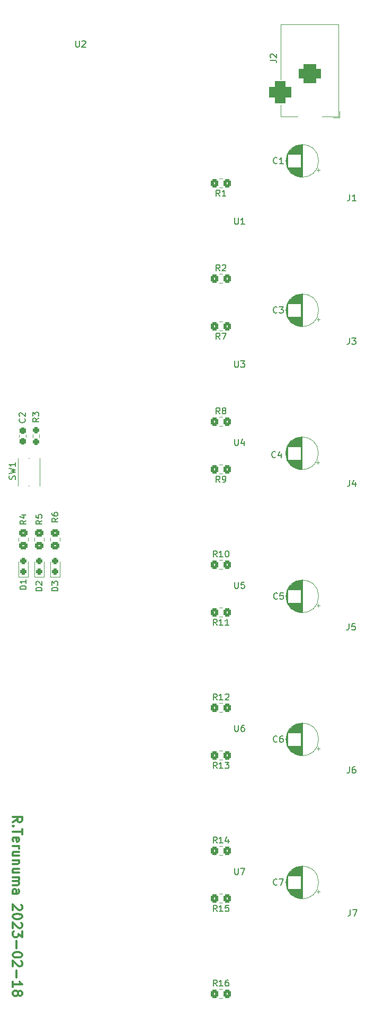
<source format=gto>
G04 #@! TF.GenerationSoftware,KiCad,Pcbnew,(6.0.7)*
G04 #@! TF.CreationDate,2023-02-18T18:42:52+09:00*
G04 #@! TF.ProjectId,driver,64726976-6572-42e6-9b69-6361645f7063,rev?*
G04 #@! TF.SameCoordinates,Original*
G04 #@! TF.FileFunction,Legend,Top*
G04 #@! TF.FilePolarity,Positive*
%FSLAX46Y46*%
G04 Gerber Fmt 4.6, Leading zero omitted, Abs format (unit mm)*
G04 Created by KiCad (PCBNEW (6.0.7)) date 2023-02-18 18:42:52*
%MOMM*%
%LPD*%
G01*
G04 APERTURE LIST*
G04 Aperture macros list*
%AMRoundRect*
0 Rectangle with rounded corners*
0 $1 Rounding radius*
0 $2 $3 $4 $5 $6 $7 $8 $9 X,Y pos of 4 corners*
0 Add a 4 corners polygon primitive as box body*
4,1,4,$2,$3,$4,$5,$6,$7,$8,$9,$2,$3,0*
0 Add four circle primitives for the rounded corners*
1,1,$1+$1,$2,$3*
1,1,$1+$1,$4,$5*
1,1,$1+$1,$6,$7*
1,1,$1+$1,$8,$9*
0 Add four rect primitives between the rounded corners*
20,1,$1+$1,$2,$3,$4,$5,0*
20,1,$1+$1,$4,$5,$6,$7,0*
20,1,$1+$1,$6,$7,$8,$9,0*
20,1,$1+$1,$8,$9,$2,$3,0*%
G04 Aperture macros list end*
%ADD10C,0.300000*%
%ADD11C,0.150000*%
%ADD12C,0.120000*%
%ADD13O,1.700000X1.700000*%
%ADD14R,1.700000X1.700000*%
%ADD15C,1.524000*%
%ADD16RoundRect,0.250000X0.350000X0.450000X-0.350000X0.450000X-0.350000X-0.450000X0.350000X-0.450000X0*%
%ADD17R,1.600000X1.600000*%
%ADD18C,1.600000*%
%ADD19RoundRect,0.237500X0.237500X-0.250000X0.237500X0.250000X-0.237500X0.250000X-0.237500X-0.250000X0*%
%ADD20RoundRect,0.250000X-0.350000X-0.450000X0.350000X-0.450000X0.350000X0.450000X-0.350000X0.450000X0*%
%ADD21R,3.500000X3.500000*%
%ADD22RoundRect,0.750000X-1.000000X0.750000X-1.000000X-0.750000X1.000000X-0.750000X1.000000X0.750000X0*%
%ADD23RoundRect,0.875000X-0.875000X0.875000X-0.875000X-0.875000X0.875000X-0.875000X0.875000X0.875000X0*%
%ADD24RoundRect,0.237500X0.237500X-0.287500X0.237500X0.287500X-0.237500X0.287500X-0.237500X-0.287500X0*%
%ADD25RoundRect,0.250000X-0.450000X0.350000X-0.450000X-0.350000X0.450000X-0.350000X0.450000X0.350000X0*%
%ADD26R,0.650000X1.050000*%
%ADD27RoundRect,0.237500X-0.237500X0.300000X-0.237500X-0.300000X0.237500X-0.300000X0.237500X0.300000X0*%
G04 APERTURE END LIST*
D10*
X87096428Y-147846428D02*
X87810714Y-147346428D01*
X87096428Y-146989285D02*
X88596428Y-146989285D01*
X88596428Y-147560714D01*
X88525000Y-147703571D01*
X88453571Y-147775000D01*
X88310714Y-147846428D01*
X88096428Y-147846428D01*
X87953571Y-147775000D01*
X87882142Y-147703571D01*
X87810714Y-147560714D01*
X87810714Y-146989285D01*
X87239285Y-148489285D02*
X87167857Y-148560714D01*
X87096428Y-148489285D01*
X87167857Y-148417857D01*
X87239285Y-148489285D01*
X87096428Y-148489285D01*
X88596428Y-148989285D02*
X88596428Y-149846428D01*
X87096428Y-149417857D02*
X88596428Y-149417857D01*
X87167857Y-150917857D02*
X87096428Y-150775000D01*
X87096428Y-150489285D01*
X87167857Y-150346428D01*
X87310714Y-150275000D01*
X87882142Y-150275000D01*
X88025000Y-150346428D01*
X88096428Y-150489285D01*
X88096428Y-150775000D01*
X88025000Y-150917857D01*
X87882142Y-150989285D01*
X87739285Y-150989285D01*
X87596428Y-150275000D01*
X87096428Y-151632142D02*
X88096428Y-151632142D01*
X87810714Y-151632142D02*
X87953571Y-151703571D01*
X88025000Y-151775000D01*
X88096428Y-151917857D01*
X88096428Y-152060714D01*
X88096428Y-153203571D02*
X87096428Y-153203571D01*
X88096428Y-152560714D02*
X87310714Y-152560714D01*
X87167857Y-152632142D01*
X87096428Y-152775000D01*
X87096428Y-152989285D01*
X87167857Y-153132142D01*
X87239285Y-153203571D01*
X88096428Y-153917857D02*
X87096428Y-153917857D01*
X87953571Y-153917857D02*
X88025000Y-153989285D01*
X88096428Y-154132142D01*
X88096428Y-154346428D01*
X88025000Y-154489285D01*
X87882142Y-154560714D01*
X87096428Y-154560714D01*
X88096428Y-155917857D02*
X87096428Y-155917857D01*
X88096428Y-155275000D02*
X87310714Y-155275000D01*
X87167857Y-155346428D01*
X87096428Y-155489285D01*
X87096428Y-155703571D01*
X87167857Y-155846428D01*
X87239285Y-155917857D01*
X87096428Y-156632142D02*
X88096428Y-156632142D01*
X87953571Y-156632142D02*
X88025000Y-156703571D01*
X88096428Y-156846428D01*
X88096428Y-157060714D01*
X88025000Y-157203571D01*
X87882142Y-157275000D01*
X87096428Y-157275000D01*
X87882142Y-157275000D02*
X88025000Y-157346428D01*
X88096428Y-157489285D01*
X88096428Y-157703571D01*
X88025000Y-157846428D01*
X87882142Y-157917857D01*
X87096428Y-157917857D01*
X87096428Y-159275000D02*
X87882142Y-159275000D01*
X88025000Y-159203571D01*
X88096428Y-159060714D01*
X88096428Y-158775000D01*
X88025000Y-158632142D01*
X87167857Y-159275000D02*
X87096428Y-159132142D01*
X87096428Y-158775000D01*
X87167857Y-158632142D01*
X87310714Y-158560714D01*
X87453571Y-158560714D01*
X87596428Y-158632142D01*
X87667857Y-158775000D01*
X87667857Y-159132142D01*
X87739285Y-159275000D01*
X88453571Y-161060714D02*
X88525000Y-161132142D01*
X88596428Y-161275000D01*
X88596428Y-161632142D01*
X88525000Y-161775000D01*
X88453571Y-161846428D01*
X88310714Y-161917857D01*
X88167857Y-161917857D01*
X87953571Y-161846428D01*
X87096428Y-160989285D01*
X87096428Y-161917857D01*
X88596428Y-162846428D02*
X88596428Y-162989285D01*
X88525000Y-163132142D01*
X88453571Y-163203571D01*
X88310714Y-163275000D01*
X88025000Y-163346428D01*
X87667857Y-163346428D01*
X87382142Y-163275000D01*
X87239285Y-163203571D01*
X87167857Y-163132142D01*
X87096428Y-162989285D01*
X87096428Y-162846428D01*
X87167857Y-162703571D01*
X87239285Y-162632142D01*
X87382142Y-162560714D01*
X87667857Y-162489285D01*
X88025000Y-162489285D01*
X88310714Y-162560714D01*
X88453571Y-162632142D01*
X88525000Y-162703571D01*
X88596428Y-162846428D01*
X88453571Y-163917857D02*
X88525000Y-163989285D01*
X88596428Y-164132142D01*
X88596428Y-164489285D01*
X88525000Y-164632142D01*
X88453571Y-164703571D01*
X88310714Y-164775000D01*
X88167857Y-164775000D01*
X87953571Y-164703571D01*
X87096428Y-163846428D01*
X87096428Y-164775000D01*
X88596428Y-165275000D02*
X88596428Y-166203571D01*
X88025000Y-165703571D01*
X88025000Y-165917857D01*
X87953571Y-166060714D01*
X87882142Y-166132142D01*
X87739285Y-166203571D01*
X87382142Y-166203571D01*
X87239285Y-166132142D01*
X87167857Y-166060714D01*
X87096428Y-165917857D01*
X87096428Y-165489285D01*
X87167857Y-165346428D01*
X87239285Y-165275000D01*
X87667857Y-166846428D02*
X87667857Y-167989285D01*
X88596428Y-168989285D02*
X88596428Y-169132142D01*
X88525000Y-169275000D01*
X88453571Y-169346428D01*
X88310714Y-169417857D01*
X88025000Y-169489285D01*
X87667857Y-169489285D01*
X87382142Y-169417857D01*
X87239285Y-169346428D01*
X87167857Y-169275000D01*
X87096428Y-169132142D01*
X87096428Y-168989285D01*
X87167857Y-168846428D01*
X87239285Y-168775000D01*
X87382142Y-168703571D01*
X87667857Y-168632142D01*
X88025000Y-168632142D01*
X88310714Y-168703571D01*
X88453571Y-168775000D01*
X88525000Y-168846428D01*
X88596428Y-168989285D01*
X88453571Y-170060714D02*
X88525000Y-170132142D01*
X88596428Y-170275000D01*
X88596428Y-170632142D01*
X88525000Y-170775000D01*
X88453571Y-170846428D01*
X88310714Y-170917857D01*
X88167857Y-170917857D01*
X87953571Y-170846428D01*
X87096428Y-169989285D01*
X87096428Y-170917857D01*
X87667857Y-171560714D02*
X87667857Y-172703571D01*
X87096428Y-174203571D02*
X87096428Y-173346428D01*
X87096428Y-173775000D02*
X88596428Y-173775000D01*
X88382142Y-173632142D01*
X88239285Y-173489285D01*
X88167857Y-173346428D01*
X87953571Y-175060714D02*
X88025000Y-174917857D01*
X88096428Y-174846428D01*
X88239285Y-174775000D01*
X88310714Y-174775000D01*
X88453571Y-174846428D01*
X88525000Y-174917857D01*
X88596428Y-175060714D01*
X88596428Y-175346428D01*
X88525000Y-175489285D01*
X88453571Y-175560714D01*
X88310714Y-175632142D01*
X88239285Y-175632142D01*
X88096428Y-175560714D01*
X88025000Y-175489285D01*
X87953571Y-175346428D01*
X87953571Y-175060714D01*
X87882142Y-174917857D01*
X87810714Y-174846428D01*
X87667857Y-174775000D01*
X87382142Y-174775000D01*
X87239285Y-174846428D01*
X87167857Y-174917857D01*
X87096428Y-175060714D01*
X87096428Y-175346428D01*
X87167857Y-175489285D01*
X87239285Y-175560714D01*
X87382142Y-175632142D01*
X87667857Y-175632142D01*
X87810714Y-175560714D01*
X87882142Y-175489285D01*
X87953571Y-175346428D01*
D11*
X140916666Y-139007380D02*
X140916666Y-139721666D01*
X140869047Y-139864523D01*
X140773809Y-139959761D01*
X140630952Y-140007380D01*
X140535714Y-140007380D01*
X141821428Y-139007380D02*
X141630952Y-139007380D01*
X141535714Y-139055000D01*
X141488095Y-139102619D01*
X141392857Y-139245476D01*
X141345238Y-139435952D01*
X141345238Y-139816904D01*
X141392857Y-139912142D01*
X141440476Y-139959761D01*
X141535714Y-140007380D01*
X141726190Y-140007380D01*
X141821428Y-139959761D01*
X141869047Y-139912142D01*
X141916666Y-139816904D01*
X141916666Y-139578809D01*
X141869047Y-139483571D01*
X141821428Y-139435952D01*
X141726190Y-139388333D01*
X141535714Y-139388333D01*
X141440476Y-139435952D01*
X141392857Y-139483571D01*
X141345238Y-139578809D01*
X122580495Y-132345180D02*
X122580495Y-133154704D01*
X122628114Y-133249942D01*
X122675733Y-133297561D01*
X122770971Y-133345180D01*
X122961447Y-133345180D01*
X123056685Y-133297561D01*
X123104304Y-133249942D01*
X123151923Y-133154704D01*
X123151923Y-132345180D01*
X124056685Y-132345180D02*
X123866209Y-132345180D01*
X123770971Y-132392800D01*
X123723352Y-132440419D01*
X123628114Y-132583276D01*
X123580495Y-132773752D01*
X123580495Y-133154704D01*
X123628114Y-133249942D01*
X123675733Y-133297561D01*
X123770971Y-133345180D01*
X123961447Y-133345180D01*
X124056685Y-133297561D01*
X124104304Y-133249942D01*
X124151923Y-133154704D01*
X124151923Y-132916609D01*
X124104304Y-132821371D01*
X124056685Y-132773752D01*
X123961447Y-132726133D01*
X123770971Y-132726133D01*
X123675733Y-132773752D01*
X123628114Y-132821371D01*
X123580495Y-132916609D01*
X119737142Y-116402380D02*
X119403809Y-115926190D01*
X119165714Y-116402380D02*
X119165714Y-115402380D01*
X119546666Y-115402380D01*
X119641904Y-115450000D01*
X119689523Y-115497619D01*
X119737142Y-115592857D01*
X119737142Y-115735714D01*
X119689523Y-115830952D01*
X119641904Y-115878571D01*
X119546666Y-115926190D01*
X119165714Y-115926190D01*
X120689523Y-116402380D02*
X120118095Y-116402380D01*
X120403809Y-116402380D02*
X120403809Y-115402380D01*
X120308571Y-115545238D01*
X120213333Y-115640476D01*
X120118095Y-115688095D01*
X121641904Y-116402380D02*
X121070476Y-116402380D01*
X121356190Y-116402380D02*
X121356190Y-115402380D01*
X121260952Y-115545238D01*
X121165714Y-115640476D01*
X121070476Y-115688095D01*
X129373333Y-157837142D02*
X129325714Y-157884761D01*
X129182857Y-157932380D01*
X129087619Y-157932380D01*
X128944761Y-157884761D01*
X128849523Y-157789523D01*
X128801904Y-157694285D01*
X128754285Y-157503809D01*
X128754285Y-157360952D01*
X128801904Y-157170476D01*
X128849523Y-157075238D01*
X128944761Y-156980000D01*
X129087619Y-156932380D01*
X129182857Y-156932380D01*
X129325714Y-156980000D01*
X129373333Y-157027619D01*
X129706666Y-156932380D02*
X130373333Y-156932380D01*
X129944761Y-157932380D01*
X122580495Y-51292380D02*
X122580495Y-52101904D01*
X122628114Y-52197142D01*
X122675733Y-52244761D01*
X122770971Y-52292380D01*
X122961447Y-52292380D01*
X123056685Y-52244761D01*
X123104304Y-52197142D01*
X123151923Y-52101904D01*
X123151923Y-51292380D01*
X124151923Y-52292380D02*
X123580495Y-52292380D01*
X123866209Y-52292380D02*
X123866209Y-51292380D01*
X123770971Y-51435238D01*
X123675733Y-51530476D01*
X123580495Y-51578095D01*
X91270380Y-83278666D02*
X90794190Y-83612000D01*
X91270380Y-83850095D02*
X90270380Y-83850095D01*
X90270380Y-83469142D01*
X90318000Y-83373904D01*
X90365619Y-83326285D01*
X90460857Y-83278666D01*
X90603714Y-83278666D01*
X90698952Y-83326285D01*
X90746571Y-83373904D01*
X90794190Y-83469142D01*
X90794190Y-83850095D01*
X90270380Y-82945333D02*
X90270380Y-82326285D01*
X90651333Y-82659619D01*
X90651333Y-82516761D01*
X90698952Y-82421523D01*
X90746571Y-82373904D01*
X90841809Y-82326285D01*
X91079904Y-82326285D01*
X91175142Y-82373904D01*
X91222761Y-82421523D01*
X91270380Y-82516761D01*
X91270380Y-82802476D01*
X91222761Y-82897714D01*
X91175142Y-82945333D01*
X119737142Y-151202380D02*
X119403809Y-150726190D01*
X119165714Y-151202380D02*
X119165714Y-150202380D01*
X119546666Y-150202380D01*
X119641904Y-150250000D01*
X119689523Y-150297619D01*
X119737142Y-150392857D01*
X119737142Y-150535714D01*
X119689523Y-150630952D01*
X119641904Y-150678571D01*
X119546666Y-150726190D01*
X119165714Y-150726190D01*
X120689523Y-151202380D02*
X120118095Y-151202380D01*
X120403809Y-151202380D02*
X120403809Y-150202380D01*
X120308571Y-150345238D01*
X120213333Y-150440476D01*
X120118095Y-150488095D01*
X121546666Y-150535714D02*
X121546666Y-151202380D01*
X121308571Y-150154761D02*
X121070476Y-150869047D01*
X121689523Y-150869047D01*
X128263880Y-26077333D02*
X128978166Y-26077333D01*
X129121023Y-26124952D01*
X129216261Y-26220190D01*
X129263880Y-26363047D01*
X129263880Y-26458285D01*
X128359119Y-25648761D02*
X128311500Y-25601142D01*
X128263880Y-25505904D01*
X128263880Y-25267809D01*
X128311500Y-25172571D01*
X128359119Y-25124952D01*
X128454357Y-25077333D01*
X128549595Y-25077333D01*
X128692452Y-25124952D01*
X129263880Y-25696380D01*
X129263880Y-25077333D01*
X122580495Y-155205180D02*
X122580495Y-156014704D01*
X122628114Y-156109942D01*
X122675733Y-156157561D01*
X122770971Y-156205180D01*
X122961447Y-156205180D01*
X123056685Y-156157561D01*
X123104304Y-156109942D01*
X123151923Y-156014704D01*
X123151923Y-155205180D01*
X123532876Y-155205180D02*
X124199542Y-155205180D01*
X123770971Y-156205180D01*
X122580495Y-109485180D02*
X122580495Y-110294704D01*
X122628114Y-110389942D01*
X122675733Y-110437561D01*
X122770971Y-110485180D01*
X122961447Y-110485180D01*
X123056685Y-110437561D01*
X123104304Y-110389942D01*
X123151923Y-110294704D01*
X123151923Y-109485180D01*
X124104304Y-109485180D02*
X123628114Y-109485180D01*
X123580495Y-109961371D01*
X123628114Y-109913752D01*
X123723352Y-109866133D01*
X123961447Y-109866133D01*
X124056685Y-109913752D01*
X124104304Y-109961371D01*
X124151923Y-110056609D01*
X124151923Y-110294704D01*
X124104304Y-110389942D01*
X124056685Y-110437561D01*
X123961447Y-110485180D01*
X123723352Y-110485180D01*
X123628114Y-110437561D01*
X123580495Y-110389942D01*
X89238380Y-110647095D02*
X88238380Y-110647095D01*
X88238380Y-110409000D01*
X88286000Y-110266142D01*
X88381238Y-110170904D01*
X88476476Y-110123285D01*
X88666952Y-110075666D01*
X88809809Y-110075666D01*
X89000285Y-110123285D01*
X89095523Y-110170904D01*
X89190761Y-110266142D01*
X89238380Y-110409000D01*
X89238380Y-110647095D01*
X89238380Y-109123285D02*
X89238380Y-109694714D01*
X89238380Y-109409000D02*
X88238380Y-109409000D01*
X88381238Y-109504238D01*
X88476476Y-109599476D01*
X88524095Y-109694714D01*
X94318380Y-99280666D02*
X93842190Y-99614000D01*
X94318380Y-99852095D02*
X93318380Y-99852095D01*
X93318380Y-99471142D01*
X93366000Y-99375904D01*
X93413619Y-99328285D01*
X93508857Y-99280666D01*
X93651714Y-99280666D01*
X93746952Y-99328285D01*
X93794571Y-99375904D01*
X93842190Y-99471142D01*
X93842190Y-99852095D01*
X93318380Y-98423523D02*
X93318380Y-98614000D01*
X93366000Y-98709238D01*
X93413619Y-98756857D01*
X93556476Y-98852095D01*
X93746952Y-98899714D01*
X94127904Y-98899714D01*
X94223142Y-98852095D01*
X94270761Y-98804476D01*
X94318380Y-98709238D01*
X94318380Y-98518761D01*
X94270761Y-98423523D01*
X94223142Y-98375904D01*
X94127904Y-98328285D01*
X93889809Y-98328285D01*
X93794571Y-98375904D01*
X93746952Y-98423523D01*
X93699333Y-98518761D01*
X93699333Y-98709238D01*
X93746952Y-98804476D01*
X93794571Y-98852095D01*
X93889809Y-98899714D01*
X119737142Y-105482380D02*
X119403809Y-105006190D01*
X119165714Y-105482380D02*
X119165714Y-104482380D01*
X119546666Y-104482380D01*
X119641904Y-104530000D01*
X119689523Y-104577619D01*
X119737142Y-104672857D01*
X119737142Y-104815714D01*
X119689523Y-104910952D01*
X119641904Y-104958571D01*
X119546666Y-105006190D01*
X119165714Y-105006190D01*
X120689523Y-105482380D02*
X120118095Y-105482380D01*
X120403809Y-105482380D02*
X120403809Y-104482380D01*
X120308571Y-104625238D01*
X120213333Y-104720476D01*
X120118095Y-104768095D01*
X121308571Y-104482380D02*
X121403809Y-104482380D01*
X121499047Y-104530000D01*
X121546666Y-104577619D01*
X121594285Y-104672857D01*
X121641904Y-104863333D01*
X121641904Y-105101428D01*
X121594285Y-105291904D01*
X121546666Y-105387142D01*
X121499047Y-105434761D01*
X121403809Y-105482380D01*
X121308571Y-105482380D01*
X121213333Y-105434761D01*
X121165714Y-105387142D01*
X121118095Y-105291904D01*
X121070476Y-105101428D01*
X121070476Y-104863333D01*
X121118095Y-104672857D01*
X121165714Y-104577619D01*
X121213333Y-104530000D01*
X121308571Y-104482380D01*
X119737142Y-174062380D02*
X119403809Y-173586190D01*
X119165714Y-174062380D02*
X119165714Y-173062380D01*
X119546666Y-173062380D01*
X119641904Y-173110000D01*
X119689523Y-173157619D01*
X119737142Y-173252857D01*
X119737142Y-173395714D01*
X119689523Y-173490952D01*
X119641904Y-173538571D01*
X119546666Y-173586190D01*
X119165714Y-173586190D01*
X120689523Y-174062380D02*
X120118095Y-174062380D01*
X120403809Y-174062380D02*
X120403809Y-173062380D01*
X120308571Y-173205238D01*
X120213333Y-173300476D01*
X120118095Y-173348095D01*
X121546666Y-173062380D02*
X121356190Y-173062380D01*
X121260952Y-173110000D01*
X121213333Y-173157619D01*
X121118095Y-173300476D01*
X121070476Y-173490952D01*
X121070476Y-173871904D01*
X121118095Y-173967142D01*
X121165714Y-174014761D01*
X121260952Y-174062380D01*
X121451428Y-174062380D01*
X121546666Y-174014761D01*
X121594285Y-173967142D01*
X121641904Y-173871904D01*
X121641904Y-173633809D01*
X121594285Y-173538571D01*
X121546666Y-173490952D01*
X121451428Y-173443333D01*
X121260952Y-173443333D01*
X121165714Y-173490952D01*
X121118095Y-173538571D01*
X121070476Y-173633809D01*
X87479761Y-93058333D02*
X87527380Y-92915476D01*
X87527380Y-92677380D01*
X87479761Y-92582142D01*
X87432142Y-92534523D01*
X87336904Y-92486904D01*
X87241666Y-92486904D01*
X87146428Y-92534523D01*
X87098809Y-92582142D01*
X87051190Y-92677380D01*
X87003571Y-92867857D01*
X86955952Y-92963095D01*
X86908333Y-93010714D01*
X86813095Y-93058333D01*
X86717857Y-93058333D01*
X86622619Y-93010714D01*
X86575000Y-92963095D01*
X86527380Y-92867857D01*
X86527380Y-92629761D01*
X86575000Y-92486904D01*
X86527380Y-92153571D02*
X87527380Y-91915476D01*
X86813095Y-91725000D01*
X87527380Y-91534523D01*
X86527380Y-91296428D01*
X87527380Y-90391666D02*
X87527380Y-90963095D01*
X87527380Y-90677380D02*
X86527380Y-90677380D01*
X86670238Y-90772619D01*
X86765476Y-90867857D01*
X86813095Y-90963095D01*
X122580495Y-86625180D02*
X122580495Y-87434704D01*
X122628114Y-87529942D01*
X122675733Y-87577561D01*
X122770971Y-87625180D01*
X122961447Y-87625180D01*
X123056685Y-87577561D01*
X123104304Y-87529942D01*
X123151923Y-87434704D01*
X123151923Y-86625180D01*
X124056685Y-86958514D02*
X124056685Y-87625180D01*
X123818590Y-86577561D02*
X123580495Y-87291847D01*
X124199542Y-87291847D01*
X129413333Y-112117142D02*
X129365714Y-112164761D01*
X129222857Y-112212380D01*
X129127619Y-112212380D01*
X128984761Y-112164761D01*
X128889523Y-112069523D01*
X128841904Y-111974285D01*
X128794285Y-111783809D01*
X128794285Y-111640952D01*
X128841904Y-111450476D01*
X128889523Y-111355238D01*
X128984761Y-111260000D01*
X129127619Y-111212380D01*
X129222857Y-111212380D01*
X129365714Y-111260000D01*
X129413333Y-111307619D01*
X130318095Y-111212380D02*
X129841904Y-111212380D01*
X129794285Y-111688571D01*
X129841904Y-111640952D01*
X129937142Y-111593333D01*
X130175238Y-111593333D01*
X130270476Y-111640952D01*
X130318095Y-111688571D01*
X130365714Y-111783809D01*
X130365714Y-112021904D01*
X130318095Y-112117142D01*
X130270476Y-112164761D01*
X130175238Y-112212380D01*
X129937142Y-112212380D01*
X129841904Y-112164761D01*
X129794285Y-112117142D01*
X129373333Y-66397142D02*
X129325714Y-66444761D01*
X129182857Y-66492380D01*
X129087619Y-66492380D01*
X128944761Y-66444761D01*
X128849523Y-66349523D01*
X128801904Y-66254285D01*
X128754285Y-66063809D01*
X128754285Y-65920952D01*
X128801904Y-65730476D01*
X128849523Y-65635238D01*
X128944761Y-65540000D01*
X129087619Y-65492380D01*
X129182857Y-65492380D01*
X129325714Y-65540000D01*
X129373333Y-65587619D01*
X129706666Y-65492380D02*
X130325714Y-65492380D01*
X129992380Y-65873333D01*
X130135238Y-65873333D01*
X130230476Y-65920952D01*
X130278095Y-65968571D01*
X130325714Y-66063809D01*
X130325714Y-66301904D01*
X130278095Y-66397142D01*
X130230476Y-66444761D01*
X130135238Y-66492380D01*
X129849523Y-66492380D01*
X129754285Y-66444761D01*
X129706666Y-66397142D01*
X119737142Y-162122380D02*
X119403809Y-161646190D01*
X119165714Y-162122380D02*
X119165714Y-161122380D01*
X119546666Y-161122380D01*
X119641904Y-161170000D01*
X119689523Y-161217619D01*
X119737142Y-161312857D01*
X119737142Y-161455714D01*
X119689523Y-161550952D01*
X119641904Y-161598571D01*
X119546666Y-161646190D01*
X119165714Y-161646190D01*
X120689523Y-162122380D02*
X120118095Y-162122380D01*
X120403809Y-162122380D02*
X120403809Y-161122380D01*
X120308571Y-161265238D01*
X120213333Y-161360476D01*
X120118095Y-161408095D01*
X121594285Y-161122380D02*
X121118095Y-161122380D01*
X121070476Y-161598571D01*
X121118095Y-161550952D01*
X121213333Y-161503333D01*
X121451428Y-161503333D01*
X121546666Y-161550952D01*
X121594285Y-161598571D01*
X121641904Y-161693809D01*
X121641904Y-161931904D01*
X121594285Y-162027142D01*
X121546666Y-162074761D01*
X121451428Y-162122380D01*
X121213333Y-162122380D01*
X121118095Y-162074761D01*
X121070476Y-162027142D01*
X91778380Y-110887095D02*
X90778380Y-110887095D01*
X90778380Y-110649000D01*
X90826000Y-110506142D01*
X90921238Y-110410904D01*
X91016476Y-110363285D01*
X91206952Y-110315666D01*
X91349809Y-110315666D01*
X91540285Y-110363285D01*
X91635523Y-110410904D01*
X91730761Y-110506142D01*
X91778380Y-110649000D01*
X91778380Y-110887095D01*
X90873619Y-109934714D02*
X90826000Y-109887095D01*
X90778380Y-109791857D01*
X90778380Y-109553761D01*
X90826000Y-109458523D01*
X90873619Y-109410904D01*
X90968857Y-109363285D01*
X91064095Y-109363285D01*
X91206952Y-109410904D01*
X91778380Y-109982333D01*
X91778380Y-109363285D01*
X119737142Y-128342380D02*
X119403809Y-127866190D01*
X119165714Y-128342380D02*
X119165714Y-127342380D01*
X119546666Y-127342380D01*
X119641904Y-127390000D01*
X119689523Y-127437619D01*
X119737142Y-127532857D01*
X119737142Y-127675714D01*
X119689523Y-127770952D01*
X119641904Y-127818571D01*
X119546666Y-127866190D01*
X119165714Y-127866190D01*
X120689523Y-128342380D02*
X120118095Y-128342380D01*
X120403809Y-128342380D02*
X120403809Y-127342380D01*
X120308571Y-127485238D01*
X120213333Y-127580476D01*
X120118095Y-127628095D01*
X121070476Y-127437619D02*
X121118095Y-127390000D01*
X121213333Y-127342380D01*
X121451428Y-127342380D01*
X121546666Y-127390000D01*
X121594285Y-127437619D01*
X121641904Y-127532857D01*
X121641904Y-127628095D01*
X121594285Y-127770952D01*
X121022857Y-128342380D01*
X121641904Y-128342380D01*
X89238380Y-99645666D02*
X88762190Y-99979000D01*
X89238380Y-100217095D02*
X88238380Y-100217095D01*
X88238380Y-99836142D01*
X88286000Y-99740904D01*
X88333619Y-99693285D01*
X88428857Y-99645666D01*
X88571714Y-99645666D01*
X88666952Y-99693285D01*
X88714571Y-99740904D01*
X88762190Y-99836142D01*
X88762190Y-100217095D01*
X88571714Y-98788523D02*
X89238380Y-98788523D01*
X88190761Y-99026619D02*
X88905047Y-99264714D01*
X88905047Y-98645666D01*
X120213333Y-93542380D02*
X119880000Y-93066190D01*
X119641904Y-93542380D02*
X119641904Y-92542380D01*
X120022857Y-92542380D01*
X120118095Y-92590000D01*
X120165714Y-92637619D01*
X120213333Y-92732857D01*
X120213333Y-92875714D01*
X120165714Y-92970952D01*
X120118095Y-93018571D01*
X120022857Y-93066190D01*
X119641904Y-93066190D01*
X120689523Y-93542380D02*
X120880000Y-93542380D01*
X120975238Y-93494761D01*
X121022857Y-93447142D01*
X121118095Y-93304285D01*
X121165714Y-93113809D01*
X121165714Y-92732857D01*
X121118095Y-92637619D01*
X121070476Y-92590000D01*
X120975238Y-92542380D01*
X120784761Y-92542380D01*
X120689523Y-92590000D01*
X120641904Y-92637619D01*
X120594285Y-92732857D01*
X120594285Y-92970952D01*
X120641904Y-93066190D01*
X120689523Y-93113809D01*
X120784761Y-93161428D01*
X120975238Y-93161428D01*
X121070476Y-93113809D01*
X121118095Y-93066190D01*
X121165714Y-92970952D01*
X89016142Y-83379166D02*
X89063761Y-83426785D01*
X89111380Y-83569642D01*
X89111380Y-83664880D01*
X89063761Y-83807738D01*
X88968523Y-83902976D01*
X88873285Y-83950595D01*
X88682809Y-83998214D01*
X88539952Y-83998214D01*
X88349476Y-83950595D01*
X88254238Y-83902976D01*
X88159000Y-83807738D01*
X88111380Y-83664880D01*
X88111380Y-83569642D01*
X88159000Y-83426785D01*
X88206619Y-83379166D01*
X88206619Y-82998214D02*
X88159000Y-82950595D01*
X88111380Y-82855357D01*
X88111380Y-82617261D01*
X88159000Y-82522023D01*
X88206619Y-82474404D01*
X88301857Y-82426785D01*
X88397095Y-82426785D01*
X88539952Y-82474404D01*
X89111380Y-83045833D01*
X89111380Y-82426785D01*
X120213333Y-82622380D02*
X119880000Y-82146190D01*
X119641904Y-82622380D02*
X119641904Y-81622380D01*
X120022857Y-81622380D01*
X120118095Y-81670000D01*
X120165714Y-81717619D01*
X120213333Y-81812857D01*
X120213333Y-81955714D01*
X120165714Y-82050952D01*
X120118095Y-82098571D01*
X120022857Y-82146190D01*
X119641904Y-82146190D01*
X120784761Y-82050952D02*
X120689523Y-82003333D01*
X120641904Y-81955714D01*
X120594285Y-81860476D01*
X120594285Y-81812857D01*
X120641904Y-81717619D01*
X120689523Y-81670000D01*
X120784761Y-81622380D01*
X120975238Y-81622380D01*
X121070476Y-81670000D01*
X121118095Y-81717619D01*
X121165714Y-81812857D01*
X121165714Y-81860476D01*
X121118095Y-81955714D01*
X121070476Y-82003333D01*
X120975238Y-82050952D01*
X120784761Y-82050952D01*
X120689523Y-82098571D01*
X120641904Y-82146190D01*
X120594285Y-82241428D01*
X120594285Y-82431904D01*
X120641904Y-82527142D01*
X120689523Y-82574761D01*
X120784761Y-82622380D01*
X120975238Y-82622380D01*
X121070476Y-82574761D01*
X121118095Y-82527142D01*
X121165714Y-82431904D01*
X121165714Y-82241428D01*
X121118095Y-82146190D01*
X121070476Y-82098571D01*
X120975238Y-82050952D01*
X129373333Y-134977142D02*
X129325714Y-135024761D01*
X129182857Y-135072380D01*
X129087619Y-135072380D01*
X128944761Y-135024761D01*
X128849523Y-134929523D01*
X128801904Y-134834285D01*
X128754285Y-134643809D01*
X128754285Y-134500952D01*
X128801904Y-134310476D01*
X128849523Y-134215238D01*
X128944761Y-134120000D01*
X129087619Y-134072380D01*
X129182857Y-134072380D01*
X129325714Y-134120000D01*
X129373333Y-134167619D01*
X130230476Y-134072380D02*
X130040000Y-134072380D01*
X129944761Y-134120000D01*
X129897142Y-134167619D01*
X129801904Y-134310476D01*
X129754285Y-134500952D01*
X129754285Y-134881904D01*
X129801904Y-134977142D01*
X129849523Y-135024761D01*
X129944761Y-135072380D01*
X130135238Y-135072380D01*
X130230476Y-135024761D01*
X130278095Y-134977142D01*
X130325714Y-134881904D01*
X130325714Y-134643809D01*
X130278095Y-134548571D01*
X130230476Y-134500952D01*
X130135238Y-134453333D01*
X129944761Y-134453333D01*
X129849523Y-134500952D01*
X129801904Y-134548571D01*
X129754285Y-134643809D01*
X120213333Y-59762380D02*
X119880000Y-59286190D01*
X119641904Y-59762380D02*
X119641904Y-58762380D01*
X120022857Y-58762380D01*
X120118095Y-58810000D01*
X120165714Y-58857619D01*
X120213333Y-58952857D01*
X120213333Y-59095714D01*
X120165714Y-59190952D01*
X120118095Y-59238571D01*
X120022857Y-59286190D01*
X119641904Y-59286190D01*
X120594285Y-58857619D02*
X120641904Y-58810000D01*
X120737142Y-58762380D01*
X120975238Y-58762380D01*
X121070476Y-58810000D01*
X121118095Y-58857619D01*
X121165714Y-58952857D01*
X121165714Y-59048095D01*
X121118095Y-59190952D01*
X120546666Y-59762380D01*
X121165714Y-59762380D01*
X119737142Y-139262380D02*
X119403809Y-138786190D01*
X119165714Y-139262380D02*
X119165714Y-138262380D01*
X119546666Y-138262380D01*
X119641904Y-138310000D01*
X119689523Y-138357619D01*
X119737142Y-138452857D01*
X119737142Y-138595714D01*
X119689523Y-138690952D01*
X119641904Y-138738571D01*
X119546666Y-138786190D01*
X119165714Y-138786190D01*
X120689523Y-139262380D02*
X120118095Y-139262380D01*
X120403809Y-139262380D02*
X120403809Y-138262380D01*
X120308571Y-138405238D01*
X120213333Y-138500476D01*
X120118095Y-138548095D01*
X121022857Y-138262380D02*
X121641904Y-138262380D01*
X121308571Y-138643333D01*
X121451428Y-138643333D01*
X121546666Y-138690952D01*
X121594285Y-138738571D01*
X121641904Y-138833809D01*
X121641904Y-139071904D01*
X121594285Y-139167142D01*
X121546666Y-139214761D01*
X121451428Y-139262380D01*
X121165714Y-139262380D01*
X121070476Y-139214761D01*
X121022857Y-139167142D01*
X120213333Y-70682380D02*
X119880000Y-70206190D01*
X119641904Y-70682380D02*
X119641904Y-69682380D01*
X120022857Y-69682380D01*
X120118095Y-69730000D01*
X120165714Y-69777619D01*
X120213333Y-69872857D01*
X120213333Y-70015714D01*
X120165714Y-70110952D01*
X120118095Y-70158571D01*
X120022857Y-70206190D01*
X119641904Y-70206190D01*
X120546666Y-69682380D02*
X121213333Y-69682380D01*
X120784761Y-70682380D01*
X122580495Y-74152380D02*
X122580495Y-74961904D01*
X122628114Y-75057142D01*
X122675733Y-75104761D01*
X122770971Y-75152380D01*
X122961447Y-75152380D01*
X123056685Y-75104761D01*
X123104304Y-75057142D01*
X123151923Y-74961904D01*
X123151923Y-74152380D01*
X123532876Y-74152380D02*
X124151923Y-74152380D01*
X123818590Y-74533333D01*
X123961447Y-74533333D01*
X124056685Y-74580952D01*
X124104304Y-74628571D01*
X124151923Y-74723809D01*
X124151923Y-74961904D01*
X124104304Y-75057142D01*
X124056685Y-75104761D01*
X123961447Y-75152380D01*
X123675733Y-75152380D01*
X123580495Y-75104761D01*
X123532876Y-75057142D01*
X129119333Y-89511142D02*
X129071714Y-89558761D01*
X128928857Y-89606380D01*
X128833619Y-89606380D01*
X128690761Y-89558761D01*
X128595523Y-89463523D01*
X128547904Y-89368285D01*
X128500285Y-89177809D01*
X128500285Y-89034952D01*
X128547904Y-88844476D01*
X128595523Y-88749238D01*
X128690761Y-88654000D01*
X128833619Y-88606380D01*
X128928857Y-88606380D01*
X129071714Y-88654000D01*
X129119333Y-88701619D01*
X129976476Y-88939714D02*
X129976476Y-89606380D01*
X129738380Y-88558761D02*
X129500285Y-89273047D01*
X130119333Y-89273047D01*
X97163095Y-22992580D02*
X97163095Y-23802104D01*
X97210714Y-23897342D01*
X97258333Y-23944961D01*
X97353571Y-23992580D01*
X97544047Y-23992580D01*
X97639285Y-23944961D01*
X97686904Y-23897342D01*
X97734523Y-23802104D01*
X97734523Y-22992580D01*
X98163095Y-23087819D02*
X98210714Y-23040200D01*
X98305952Y-22992580D01*
X98544047Y-22992580D01*
X98639285Y-23040200D01*
X98686904Y-23087819D01*
X98734523Y-23183057D01*
X98734523Y-23278295D01*
X98686904Y-23421152D01*
X98115476Y-23992580D01*
X98734523Y-23992580D01*
X91778380Y-99645666D02*
X91302190Y-99979000D01*
X91778380Y-100217095D02*
X90778380Y-100217095D01*
X90778380Y-99836142D01*
X90826000Y-99740904D01*
X90873619Y-99693285D01*
X90968857Y-99645666D01*
X91111714Y-99645666D01*
X91206952Y-99693285D01*
X91254571Y-99740904D01*
X91302190Y-99836142D01*
X91302190Y-100217095D01*
X90778380Y-98740904D02*
X90778380Y-99217095D01*
X91254571Y-99264714D01*
X91206952Y-99217095D01*
X91159333Y-99121857D01*
X91159333Y-98883761D01*
X91206952Y-98788523D01*
X91254571Y-98740904D01*
X91349809Y-98693285D01*
X91587904Y-98693285D01*
X91683142Y-98740904D01*
X91730761Y-98788523D01*
X91778380Y-98883761D01*
X91778380Y-99121857D01*
X91730761Y-99217095D01*
X91683142Y-99264714D01*
X129373333Y-42521142D02*
X129325714Y-42568761D01*
X129182857Y-42616380D01*
X129087619Y-42616380D01*
X128944761Y-42568761D01*
X128849523Y-42473523D01*
X128801904Y-42378285D01*
X128754285Y-42187809D01*
X128754285Y-42044952D01*
X128801904Y-41854476D01*
X128849523Y-41759238D01*
X128944761Y-41664000D01*
X129087619Y-41616380D01*
X129182857Y-41616380D01*
X129325714Y-41664000D01*
X129373333Y-41711619D01*
X130325714Y-42616380D02*
X129754285Y-42616380D01*
X130040000Y-42616380D02*
X130040000Y-41616380D01*
X129944761Y-41759238D01*
X129849523Y-41854476D01*
X129754285Y-41902095D01*
X94318380Y-110887095D02*
X93318380Y-110887095D01*
X93318380Y-110649000D01*
X93366000Y-110506142D01*
X93461238Y-110410904D01*
X93556476Y-110363285D01*
X93746952Y-110315666D01*
X93889809Y-110315666D01*
X94080285Y-110363285D01*
X94175523Y-110410904D01*
X94270761Y-110506142D01*
X94318380Y-110649000D01*
X94318380Y-110887095D01*
X93318380Y-109982333D02*
X93318380Y-109363285D01*
X93699333Y-109696619D01*
X93699333Y-109553761D01*
X93746952Y-109458523D01*
X93794571Y-109410904D01*
X93889809Y-109363285D01*
X94127904Y-109363285D01*
X94223142Y-109410904D01*
X94270761Y-109458523D01*
X94318380Y-109553761D01*
X94318380Y-109839476D01*
X94270761Y-109934714D01*
X94223142Y-109982333D01*
X120213333Y-47822380D02*
X119880000Y-47346190D01*
X119641904Y-47822380D02*
X119641904Y-46822380D01*
X120022857Y-46822380D01*
X120118095Y-46870000D01*
X120165714Y-46917619D01*
X120213333Y-47012857D01*
X120213333Y-47155714D01*
X120165714Y-47250952D01*
X120118095Y-47298571D01*
X120022857Y-47346190D01*
X119641904Y-47346190D01*
X121165714Y-47822380D02*
X120594285Y-47822380D01*
X120880000Y-47822380D02*
X120880000Y-46822380D01*
X120784761Y-46965238D01*
X120689523Y-47060476D01*
X120594285Y-47108095D01*
X140921666Y-70482380D02*
X140921666Y-71196666D01*
X140874047Y-71339523D01*
X140778809Y-71434761D01*
X140635952Y-71482380D01*
X140540714Y-71482380D01*
X141302619Y-70482380D02*
X141921666Y-70482380D01*
X141588333Y-70863333D01*
X141731190Y-70863333D01*
X141826428Y-70910952D01*
X141874047Y-70958571D01*
X141921666Y-71053809D01*
X141921666Y-71291904D01*
X141874047Y-71387142D01*
X141826428Y-71434761D01*
X141731190Y-71482380D01*
X141445476Y-71482380D01*
X141350238Y-71434761D01*
X141302619Y-71387142D01*
X140846666Y-116132380D02*
X140846666Y-116846666D01*
X140799047Y-116989523D01*
X140703809Y-117084761D01*
X140560952Y-117132380D01*
X140465714Y-117132380D01*
X141799047Y-116132380D02*
X141322857Y-116132380D01*
X141275238Y-116608571D01*
X141322857Y-116560952D01*
X141418095Y-116513333D01*
X141656190Y-116513333D01*
X141751428Y-116560952D01*
X141799047Y-116608571D01*
X141846666Y-116703809D01*
X141846666Y-116941904D01*
X141799047Y-117037142D01*
X141751428Y-117084761D01*
X141656190Y-117132380D01*
X141418095Y-117132380D01*
X141322857Y-117084761D01*
X141275238Y-117037142D01*
X140971666Y-47532380D02*
X140971666Y-48246666D01*
X140924047Y-48389523D01*
X140828809Y-48484761D01*
X140685952Y-48532380D01*
X140590714Y-48532380D01*
X141971666Y-48532380D02*
X141400238Y-48532380D01*
X141685952Y-48532380D02*
X141685952Y-47532380D01*
X141590714Y-47675238D01*
X141495476Y-47770476D01*
X141400238Y-47818095D01*
X140971666Y-93182380D02*
X140971666Y-93896666D01*
X140924047Y-94039523D01*
X140828809Y-94134761D01*
X140685952Y-94182380D01*
X140590714Y-94182380D01*
X141876428Y-93515714D02*
X141876428Y-94182380D01*
X141638333Y-93134761D02*
X141400238Y-93849047D01*
X142019285Y-93849047D01*
X141041666Y-161807380D02*
X141041666Y-162521666D01*
X140994047Y-162664523D01*
X140898809Y-162759761D01*
X140755952Y-162807380D01*
X140660714Y-162807380D01*
X141422619Y-161807380D02*
X142089285Y-161807380D01*
X141660714Y-162807380D01*
D12*
X120607064Y-113565000D02*
X120152936Y-113565000D01*
X120607064Y-115035000D02*
X120152936Y-115035000D01*
X133250000Y-160058000D02*
X133250000Y-154902000D01*
X131289000Y-156440000D02*
X131289000Y-155926000D01*
X132810000Y-156440000D02*
X132810000Y-154960000D01*
X132730000Y-156440000D02*
X132730000Y-154979000D01*
X131889000Y-156440000D02*
X131889000Y-155358000D01*
X132730000Y-159981000D02*
X132730000Y-158520000D01*
X133050000Y-160041000D02*
X133050000Y-158520000D01*
X132930000Y-160023000D02*
X132930000Y-158520000D01*
X131129000Y-158799000D02*
X131129000Y-158520000D01*
X132770000Y-156440000D02*
X132770000Y-154969000D01*
X132970000Y-156440000D02*
X132970000Y-154930000D01*
X132409000Y-159878000D02*
X132409000Y-158520000D01*
X133090000Y-160045000D02*
X133090000Y-158520000D01*
X131169000Y-156440000D02*
X131169000Y-156097000D01*
X131609000Y-156440000D02*
X131609000Y-155579000D01*
X131889000Y-159602000D02*
X131889000Y-158520000D01*
X132209000Y-156440000D02*
X132209000Y-155170000D01*
X131769000Y-156440000D02*
X131769000Y-155445000D01*
X131729000Y-159484000D02*
X131729000Y-158520000D01*
X133370000Y-160060000D02*
X133370000Y-154900000D01*
X133130000Y-160049000D02*
X133130000Y-158520000D01*
X131489000Y-159265000D02*
X131489000Y-158520000D01*
X132649000Y-159960000D02*
X132649000Y-158520000D01*
X132690000Y-159971000D02*
X132690000Y-158520000D01*
X131729000Y-156440000D02*
X131729000Y-155476000D01*
X131849000Y-156440000D02*
X131849000Y-155385000D01*
X132169000Y-159770000D02*
X132169000Y-158520000D01*
X132850000Y-156440000D02*
X132850000Y-154952000D01*
X133170000Y-160053000D02*
X133170000Y-154907000D01*
X130929000Y-158395000D02*
X130929000Y-156565000D01*
X131409000Y-156440000D02*
X131409000Y-155781000D01*
X133010000Y-160036000D02*
X133010000Y-158520000D01*
X131689000Y-156440000D02*
X131689000Y-155509000D01*
X131329000Y-159085000D02*
X131329000Y-158520000D01*
X131569000Y-159344000D02*
X131569000Y-158520000D01*
X132569000Y-156440000D02*
X132569000Y-155025000D01*
X131569000Y-156440000D02*
X131569000Y-155616000D01*
X131329000Y-156440000D02*
X131329000Y-155875000D01*
X130769000Y-157764000D02*
X130769000Y-157196000D01*
X131649000Y-159417000D02*
X131649000Y-158520000D01*
X132890000Y-160016000D02*
X132890000Y-158520000D01*
X133130000Y-156440000D02*
X133130000Y-154911000D01*
X131969000Y-159655000D02*
X131969000Y-158520000D01*
X132009000Y-159680000D02*
X132009000Y-158520000D01*
X131929000Y-156440000D02*
X131929000Y-155331000D01*
X132649000Y-156440000D02*
X132649000Y-155000000D01*
X133090000Y-156440000D02*
X133090000Y-154915000D01*
X131209000Y-158923000D02*
X131209000Y-158520000D01*
X132049000Y-159704000D02*
X132049000Y-158520000D01*
X132249000Y-156440000D02*
X132249000Y-155151000D01*
X132129000Y-159748000D02*
X132129000Y-158520000D01*
X130889000Y-158285000D02*
X130889000Y-156675000D01*
X131369000Y-156440000D02*
X131369000Y-155827000D01*
X131529000Y-156440000D02*
X131529000Y-155654000D01*
X132329000Y-156440000D02*
X132329000Y-155115000D01*
X131849000Y-159575000D02*
X131849000Y-158520000D01*
X132690000Y-156440000D02*
X132690000Y-154989000D01*
X130849000Y-158157000D02*
X130849000Y-156803000D01*
X132289000Y-156440000D02*
X132289000Y-155132000D01*
X132609000Y-156440000D02*
X132609000Y-155012000D01*
X132209000Y-159790000D02*
X132209000Y-158520000D01*
X132489000Y-159908000D02*
X132489000Y-158520000D01*
X133290000Y-160059000D02*
X133290000Y-154901000D01*
X131289000Y-159034000D02*
X131289000Y-158520000D01*
X131449000Y-156440000D02*
X131449000Y-155737000D01*
X131649000Y-156440000D02*
X131649000Y-155543000D01*
X132049000Y-156440000D02*
X132049000Y-155256000D01*
X132169000Y-156440000D02*
X132169000Y-155190000D01*
X131929000Y-159629000D02*
X131929000Y-158520000D01*
X132369000Y-156440000D02*
X132369000Y-155098000D01*
X133050000Y-156440000D02*
X133050000Y-154919000D01*
X133210000Y-160056000D02*
X133210000Y-154904000D01*
X132890000Y-156440000D02*
X132890000Y-154944000D01*
X133330000Y-160060000D02*
X133330000Y-154900000D01*
X132129000Y-156440000D02*
X132129000Y-155212000D01*
X132249000Y-159809000D02*
X132249000Y-158520000D01*
X132970000Y-160030000D02*
X132970000Y-158520000D01*
X131489000Y-156440000D02*
X131489000Y-155695000D01*
X132770000Y-159991000D02*
X132770000Y-158520000D01*
X131129000Y-156440000D02*
X131129000Y-156161000D01*
X131529000Y-159306000D02*
X131529000Y-158520000D01*
X132529000Y-159922000D02*
X132529000Y-158520000D01*
X132329000Y-159845000D02*
X132329000Y-158520000D01*
X132449000Y-159894000D02*
X132449000Y-158520000D01*
X132489000Y-156440000D02*
X132489000Y-155052000D01*
X132569000Y-159935000D02*
X132569000Y-158520000D01*
X131809000Y-156440000D02*
X131809000Y-155415000D01*
X131449000Y-159223000D02*
X131449000Y-158520000D01*
X132089000Y-159727000D02*
X132089000Y-158520000D01*
X132850000Y-160008000D02*
X132850000Y-158520000D01*
X132609000Y-159948000D02*
X132609000Y-158520000D01*
X131769000Y-159515000D02*
X131769000Y-158520000D01*
X132009000Y-156440000D02*
X132009000Y-155280000D01*
X130969000Y-158491000D02*
X130969000Y-156469000D01*
X131409000Y-159179000D02*
X131409000Y-158520000D01*
X131249000Y-158980000D02*
X131249000Y-158520000D01*
X131609000Y-159381000D02*
X131609000Y-158520000D01*
X131089000Y-158731000D02*
X131089000Y-158520000D01*
X132289000Y-159828000D02*
X132289000Y-158520000D01*
X133010000Y-156440000D02*
X133010000Y-154924000D01*
X131969000Y-156440000D02*
X131969000Y-155305000D01*
X132930000Y-156440000D02*
X132930000Y-154937000D01*
X132089000Y-156440000D02*
X132089000Y-155233000D01*
X131809000Y-159545000D02*
X131809000Y-158520000D01*
X131369000Y-159133000D02*
X131369000Y-158520000D01*
X131089000Y-156440000D02*
X131089000Y-156229000D01*
X132449000Y-156440000D02*
X132449000Y-155066000D01*
X132369000Y-159862000D02*
X132369000Y-158520000D01*
X132529000Y-156440000D02*
X132529000Y-155038000D01*
X131049000Y-158658000D02*
X131049000Y-156302000D01*
X132409000Y-156440000D02*
X132409000Y-155082000D01*
X131249000Y-156440000D02*
X131249000Y-155980000D01*
X131689000Y-159451000D02*
X131689000Y-158520000D01*
X131009000Y-158578000D02*
X131009000Y-156382000D01*
X130809000Y-157998000D02*
X130809000Y-156962000D01*
X136174775Y-158955000D02*
X135674775Y-158955000D01*
X131169000Y-158863000D02*
X131169000Y-158520000D01*
X131209000Y-156440000D02*
X131209000Y-156037000D01*
X135924775Y-159205000D02*
X135924775Y-158705000D01*
X132810000Y-160000000D02*
X132810000Y-158520000D01*
X135990000Y-157480000D02*
G75*
G03*
X135990000Y-157480000I-2620000J0D01*
G01*
X90295500Y-86414724D02*
X90295500Y-85905276D01*
X91340500Y-86414724D02*
X91340500Y-85905276D01*
X120152936Y-153135000D02*
X120607064Y-153135000D01*
X120152936Y-151665000D02*
X120607064Y-151665000D01*
X129961500Y-29194000D02*
X129961500Y-20394000D01*
X129961500Y-20394000D02*
X139161500Y-20394000D01*
X138311500Y-35294000D02*
X139361500Y-35294000D01*
X132661500Y-35094000D02*
X129961500Y-35094000D01*
X139161500Y-35094000D02*
X136561500Y-35094000D01*
X139361500Y-34244000D02*
X139361500Y-35294000D01*
X139161500Y-20394000D02*
X139161500Y-35094000D01*
X129961500Y-35094000D02*
X129961500Y-33194000D01*
X89521000Y-108634000D02*
X89521000Y-106174000D01*
X88051000Y-108634000D02*
X89521000Y-108634000D01*
X88051000Y-106174000D02*
X88051000Y-108634000D01*
X94601000Y-102426936D02*
X94601000Y-102881064D01*
X93131000Y-102426936D02*
X93131000Y-102881064D01*
X120152936Y-107415000D02*
X120607064Y-107415000D01*
X120152936Y-105945000D02*
X120607064Y-105945000D01*
X120152936Y-174525000D02*
X120607064Y-174525000D01*
X120152936Y-175995000D02*
X120607064Y-175995000D01*
X91425000Y-94075000D02*
X91425000Y-89675000D01*
X89725000Y-89675000D02*
X89625000Y-89675000D01*
X89725000Y-94075000D02*
X89625000Y-94075000D01*
X87925000Y-89675000D02*
X87925000Y-94075000D01*
X133010000Y-114316000D02*
X133010000Y-112800000D01*
X131249000Y-110720000D02*
X131249000Y-110260000D01*
X132690000Y-110720000D02*
X132690000Y-109269000D01*
X132209000Y-114070000D02*
X132209000Y-112800000D01*
X132970000Y-114310000D02*
X132970000Y-112800000D01*
X131929000Y-113909000D02*
X131929000Y-112800000D01*
X132249000Y-110720000D02*
X132249000Y-109431000D01*
X132890000Y-114296000D02*
X132890000Y-112800000D01*
X133290000Y-114339000D02*
X133290000Y-109181000D01*
X132289000Y-114108000D02*
X132289000Y-112800000D01*
X131449000Y-113503000D02*
X131449000Y-112800000D01*
X131689000Y-113731000D02*
X131689000Y-112800000D01*
X132089000Y-114007000D02*
X132089000Y-112800000D01*
X132770000Y-114271000D02*
X132770000Y-112800000D01*
X132049000Y-110720000D02*
X132049000Y-109536000D01*
X132569000Y-110720000D02*
X132569000Y-109305000D01*
X131049000Y-112938000D02*
X131049000Y-110582000D01*
X130809000Y-112278000D02*
X130809000Y-111242000D01*
X132449000Y-110720000D02*
X132449000Y-109346000D01*
X133370000Y-114340000D02*
X133370000Y-109180000D01*
X132009000Y-110720000D02*
X132009000Y-109560000D01*
X132609000Y-110720000D02*
X132609000Y-109292000D01*
X131529000Y-113586000D02*
X131529000Y-112800000D01*
X132449000Y-114174000D02*
X132449000Y-112800000D01*
X131649000Y-113697000D02*
X131649000Y-112800000D01*
X133050000Y-110720000D02*
X133050000Y-109199000D01*
X132730000Y-114261000D02*
X132730000Y-112800000D01*
X131769000Y-113795000D02*
X131769000Y-112800000D01*
X132810000Y-110720000D02*
X132810000Y-109240000D01*
X130969000Y-112771000D02*
X130969000Y-110749000D01*
X131689000Y-110720000D02*
X131689000Y-109789000D01*
X132529000Y-114202000D02*
X132529000Y-112800000D01*
X135924775Y-113485000D02*
X135924775Y-112985000D01*
X131409000Y-113459000D02*
X131409000Y-112800000D01*
X132129000Y-110720000D02*
X132129000Y-109492000D01*
X133010000Y-110720000D02*
X133010000Y-109204000D01*
X133090000Y-110720000D02*
X133090000Y-109195000D01*
X132930000Y-110720000D02*
X132930000Y-109217000D01*
X132409000Y-114158000D02*
X132409000Y-112800000D01*
X131849000Y-110720000D02*
X131849000Y-109665000D01*
X131569000Y-113624000D02*
X131569000Y-112800000D01*
X132169000Y-110720000D02*
X132169000Y-109470000D01*
X132409000Y-110720000D02*
X132409000Y-109362000D01*
X132970000Y-110720000D02*
X132970000Y-109210000D01*
X132249000Y-114089000D02*
X132249000Y-112800000D01*
X131729000Y-113764000D02*
X131729000Y-112800000D01*
X131369000Y-110720000D02*
X131369000Y-110107000D01*
X131609000Y-113661000D02*
X131609000Y-112800000D01*
X131209000Y-110720000D02*
X131209000Y-110317000D01*
X132049000Y-113984000D02*
X132049000Y-112800000D01*
X131569000Y-110720000D02*
X131569000Y-109896000D01*
X132209000Y-110720000D02*
X132209000Y-109450000D01*
X132569000Y-114215000D02*
X132569000Y-112800000D01*
X131809000Y-110720000D02*
X131809000Y-109695000D01*
X131209000Y-113203000D02*
X131209000Y-112800000D01*
X131329000Y-113365000D02*
X131329000Y-112800000D01*
X132850000Y-114288000D02*
X132850000Y-112800000D01*
X131289000Y-110720000D02*
X131289000Y-110206000D01*
X133250000Y-114338000D02*
X133250000Y-109182000D01*
X132169000Y-114050000D02*
X132169000Y-112800000D01*
X131609000Y-110720000D02*
X131609000Y-109859000D01*
X131449000Y-110720000D02*
X131449000Y-110017000D01*
X131249000Y-113260000D02*
X131249000Y-112800000D01*
X131729000Y-110720000D02*
X131729000Y-109756000D01*
X131529000Y-110720000D02*
X131529000Y-109934000D01*
X130929000Y-112675000D02*
X130929000Y-110845000D01*
X132009000Y-113960000D02*
X132009000Y-112800000D01*
X132609000Y-114228000D02*
X132609000Y-112800000D01*
X133170000Y-114333000D02*
X133170000Y-109187000D01*
X131969000Y-113935000D02*
X131969000Y-112800000D01*
X131889000Y-110720000D02*
X131889000Y-109638000D01*
X131809000Y-113825000D02*
X131809000Y-112800000D01*
X133330000Y-114340000D02*
X133330000Y-109180000D01*
X132369000Y-114142000D02*
X132369000Y-112800000D01*
X131169000Y-113143000D02*
X131169000Y-112800000D01*
X136174775Y-113235000D02*
X135674775Y-113235000D01*
X130889000Y-112565000D02*
X130889000Y-110955000D01*
X131889000Y-113882000D02*
X131889000Y-112800000D01*
X131409000Y-110720000D02*
X131409000Y-110061000D01*
X133130000Y-110720000D02*
X133130000Y-109191000D01*
X131489000Y-113545000D02*
X131489000Y-112800000D01*
X131129000Y-110720000D02*
X131129000Y-110441000D01*
X133210000Y-114336000D02*
X133210000Y-109184000D01*
X132850000Y-110720000D02*
X132850000Y-109232000D01*
X130849000Y-112437000D02*
X130849000Y-111083000D01*
X131849000Y-113855000D02*
X131849000Y-112800000D01*
X131169000Y-110720000D02*
X131169000Y-110377000D01*
X132529000Y-110720000D02*
X132529000Y-109318000D01*
X132770000Y-110720000D02*
X132770000Y-109249000D01*
X131649000Y-110720000D02*
X131649000Y-109823000D01*
X131489000Y-110720000D02*
X131489000Y-109975000D01*
X132649000Y-110720000D02*
X132649000Y-109280000D01*
X132810000Y-114280000D02*
X132810000Y-112800000D01*
X132289000Y-110720000D02*
X132289000Y-109412000D01*
X131089000Y-113011000D02*
X131089000Y-112800000D01*
X132089000Y-110720000D02*
X132089000Y-109513000D01*
X133050000Y-114321000D02*
X133050000Y-112800000D01*
X132129000Y-114028000D02*
X132129000Y-112800000D01*
X132489000Y-114188000D02*
X132489000Y-112800000D01*
X132690000Y-114251000D02*
X132690000Y-112800000D01*
X132329000Y-110720000D02*
X132329000Y-109395000D01*
X131129000Y-113079000D02*
X131129000Y-112800000D01*
X131009000Y-112858000D02*
X131009000Y-110662000D01*
X131929000Y-110720000D02*
X131929000Y-109611000D01*
X131089000Y-110720000D02*
X131089000Y-110509000D01*
X132329000Y-114125000D02*
X132329000Y-112800000D01*
X133090000Y-114325000D02*
X133090000Y-112800000D01*
X132890000Y-110720000D02*
X132890000Y-109224000D01*
X132369000Y-110720000D02*
X132369000Y-109378000D01*
X131969000Y-110720000D02*
X131969000Y-109585000D01*
X132489000Y-110720000D02*
X132489000Y-109332000D01*
X131369000Y-113413000D02*
X131369000Y-112800000D01*
X131289000Y-113314000D02*
X131289000Y-112800000D01*
X131769000Y-110720000D02*
X131769000Y-109725000D01*
X132730000Y-110720000D02*
X132730000Y-109259000D01*
X130769000Y-112044000D02*
X130769000Y-111476000D01*
X131329000Y-110720000D02*
X131329000Y-110155000D01*
X132649000Y-114240000D02*
X132649000Y-112800000D01*
X132930000Y-114303000D02*
X132930000Y-112800000D01*
X133130000Y-114329000D02*
X133130000Y-112800000D01*
X135990000Y-111760000D02*
G75*
G03*
X135990000Y-111760000I-2620000J0D01*
G01*
X131049000Y-67218000D02*
X131049000Y-64862000D01*
X132409000Y-65000000D02*
X132409000Y-63642000D01*
X131089000Y-65000000D02*
X131089000Y-64789000D01*
X132569000Y-68495000D02*
X132569000Y-67080000D01*
X130809000Y-66558000D02*
X130809000Y-65522000D01*
X133170000Y-68613000D02*
X133170000Y-63467000D01*
X133330000Y-68620000D02*
X133330000Y-63460000D01*
X133130000Y-65000000D02*
X133130000Y-63471000D01*
X133210000Y-68616000D02*
X133210000Y-63464000D01*
X132329000Y-68405000D02*
X132329000Y-67080000D01*
X132850000Y-65000000D02*
X132850000Y-63512000D01*
X132730000Y-68541000D02*
X132730000Y-67080000D01*
X132810000Y-68560000D02*
X132810000Y-67080000D01*
X131969000Y-65000000D02*
X131969000Y-63865000D01*
X131249000Y-67540000D02*
X131249000Y-67080000D01*
X132649000Y-65000000D02*
X132649000Y-63560000D01*
X131089000Y-67291000D02*
X131089000Y-67080000D01*
X132970000Y-65000000D02*
X132970000Y-63490000D01*
X131249000Y-65000000D02*
X131249000Y-64540000D01*
X131329000Y-67645000D02*
X131329000Y-67080000D01*
X132289000Y-65000000D02*
X132289000Y-63692000D01*
X132890000Y-65000000D02*
X132890000Y-63504000D01*
X131129000Y-67359000D02*
X131129000Y-67080000D01*
X131369000Y-67693000D02*
X131369000Y-67080000D01*
X131489000Y-65000000D02*
X131489000Y-64255000D01*
X132489000Y-65000000D02*
X132489000Y-63612000D01*
X130889000Y-66845000D02*
X130889000Y-65235000D01*
X132409000Y-68438000D02*
X132409000Y-67080000D01*
X133010000Y-68596000D02*
X133010000Y-67080000D01*
X132049000Y-68264000D02*
X132049000Y-67080000D01*
X133370000Y-68620000D02*
X133370000Y-63460000D01*
X136174775Y-67515000D02*
X135674775Y-67515000D01*
X131529000Y-67866000D02*
X131529000Y-67080000D01*
X132169000Y-65000000D02*
X132169000Y-63750000D01*
X132690000Y-65000000D02*
X132690000Y-63549000D01*
X133050000Y-65000000D02*
X133050000Y-63479000D01*
X131609000Y-65000000D02*
X131609000Y-64139000D01*
X132810000Y-65000000D02*
X132810000Y-63520000D01*
X132690000Y-68531000D02*
X132690000Y-67080000D01*
X132249000Y-68369000D02*
X132249000Y-67080000D01*
X131809000Y-65000000D02*
X131809000Y-63975000D01*
X132930000Y-68583000D02*
X132930000Y-67080000D01*
X131489000Y-67825000D02*
X131489000Y-67080000D01*
X132730000Y-65000000D02*
X132730000Y-63539000D01*
X131409000Y-67739000D02*
X131409000Y-67080000D01*
X132009000Y-65000000D02*
X132009000Y-63840000D01*
X131449000Y-67783000D02*
X131449000Y-67080000D01*
X132129000Y-65000000D02*
X132129000Y-63772000D01*
X133290000Y-68619000D02*
X133290000Y-63461000D01*
X131689000Y-65000000D02*
X131689000Y-64069000D01*
X133250000Y-68618000D02*
X133250000Y-63462000D01*
X131129000Y-65000000D02*
X131129000Y-64721000D01*
X132609000Y-68508000D02*
X132609000Y-67080000D01*
X130929000Y-66955000D02*
X130929000Y-65125000D01*
X131449000Y-65000000D02*
X131449000Y-64297000D01*
X132770000Y-68551000D02*
X132770000Y-67080000D01*
X132890000Y-68576000D02*
X132890000Y-67080000D01*
X132770000Y-65000000D02*
X132770000Y-63529000D01*
X132049000Y-65000000D02*
X132049000Y-63816000D01*
X132169000Y-68330000D02*
X132169000Y-67080000D01*
X131849000Y-65000000D02*
X131849000Y-63945000D01*
X132529000Y-68482000D02*
X132529000Y-67080000D01*
X130849000Y-66717000D02*
X130849000Y-65363000D01*
X131729000Y-65000000D02*
X131729000Y-64036000D01*
X133090000Y-68605000D02*
X133090000Y-67080000D01*
X132569000Y-65000000D02*
X132569000Y-63585000D01*
X131329000Y-65000000D02*
X131329000Y-64435000D01*
X131929000Y-68189000D02*
X131929000Y-67080000D01*
X131849000Y-68135000D02*
X131849000Y-67080000D01*
X131969000Y-68215000D02*
X131969000Y-67080000D01*
X131689000Y-68011000D02*
X131689000Y-67080000D01*
X131169000Y-65000000D02*
X131169000Y-64657000D01*
X132329000Y-65000000D02*
X132329000Y-63675000D01*
X131649000Y-67977000D02*
X131649000Y-67080000D01*
X132249000Y-65000000D02*
X132249000Y-63711000D01*
X131209000Y-65000000D02*
X131209000Y-64597000D01*
X132850000Y-68568000D02*
X132850000Y-67080000D01*
X130769000Y-66324000D02*
X130769000Y-65756000D01*
X131729000Y-68044000D02*
X131729000Y-67080000D01*
X131169000Y-67423000D02*
X131169000Y-67080000D01*
X132089000Y-65000000D02*
X132089000Y-63793000D01*
X132970000Y-68590000D02*
X132970000Y-67080000D01*
X132129000Y-68308000D02*
X132129000Y-67080000D01*
X131929000Y-65000000D02*
X131929000Y-63891000D01*
X131569000Y-67904000D02*
X131569000Y-67080000D01*
X131369000Y-65000000D02*
X131369000Y-64387000D01*
X131289000Y-65000000D02*
X131289000Y-64486000D01*
X132489000Y-68468000D02*
X132489000Y-67080000D01*
X132609000Y-65000000D02*
X132609000Y-63572000D01*
X131609000Y-67941000D02*
X131609000Y-67080000D01*
X132649000Y-68520000D02*
X132649000Y-67080000D01*
X132009000Y-68240000D02*
X132009000Y-67080000D01*
X131649000Y-65000000D02*
X131649000Y-64103000D01*
X131289000Y-67594000D02*
X131289000Y-67080000D01*
X132209000Y-68350000D02*
X132209000Y-67080000D01*
X132449000Y-68454000D02*
X132449000Y-67080000D01*
X132369000Y-68422000D02*
X132369000Y-67080000D01*
X131569000Y-65000000D02*
X131569000Y-64176000D01*
X131889000Y-65000000D02*
X131889000Y-63918000D01*
X131889000Y-68162000D02*
X131889000Y-67080000D01*
X132529000Y-65000000D02*
X132529000Y-63598000D01*
X131409000Y-65000000D02*
X131409000Y-64341000D01*
X133050000Y-68601000D02*
X133050000Y-67080000D01*
X135924775Y-67765000D02*
X135924775Y-67265000D01*
X132930000Y-65000000D02*
X132930000Y-63497000D01*
X132289000Y-68388000D02*
X132289000Y-67080000D01*
X131769000Y-68075000D02*
X131769000Y-67080000D01*
X131529000Y-65000000D02*
X131529000Y-64214000D01*
X131209000Y-67483000D02*
X131209000Y-67080000D01*
X133130000Y-68609000D02*
X133130000Y-67080000D01*
X131769000Y-65000000D02*
X131769000Y-64005000D01*
X132089000Y-68287000D02*
X132089000Y-67080000D01*
X133090000Y-65000000D02*
X133090000Y-63475000D01*
X131009000Y-67138000D02*
X131009000Y-64942000D01*
X132209000Y-65000000D02*
X132209000Y-63730000D01*
X133010000Y-65000000D02*
X133010000Y-63484000D01*
X132369000Y-65000000D02*
X132369000Y-63658000D01*
X130969000Y-67051000D02*
X130969000Y-65029000D01*
X131809000Y-68105000D02*
X131809000Y-67080000D01*
X132449000Y-65000000D02*
X132449000Y-63626000D01*
X135990000Y-66040000D02*
G75*
G03*
X135990000Y-66040000I-2620000J0D01*
G01*
X120607064Y-160755000D02*
X120152936Y-160755000D01*
X120607064Y-159285000D02*
X120152936Y-159285000D01*
X90591000Y-108634000D02*
X92061000Y-108634000D01*
X90591000Y-106174000D02*
X90591000Y-108634000D01*
X92061000Y-108634000D02*
X92061000Y-106174000D01*
X120152936Y-130275000D02*
X120607064Y-130275000D01*
X120152936Y-128805000D02*
X120607064Y-128805000D01*
X88051000Y-102426936D02*
X88051000Y-102881064D01*
X89521000Y-102426936D02*
X89521000Y-102881064D01*
X120607064Y-90705000D02*
X120152936Y-90705000D01*
X120607064Y-92175000D02*
X120152936Y-92175000D01*
X88149000Y-85987233D02*
X88149000Y-86279767D01*
X89169000Y-85987233D02*
X89169000Y-86279767D01*
X120152936Y-84555000D02*
X120607064Y-84555000D01*
X120152936Y-83085000D02*
X120607064Y-83085000D01*
X131529000Y-133580000D02*
X131529000Y-132794000D01*
X132930000Y-133580000D02*
X132930000Y-132077000D01*
X132489000Y-137048000D02*
X132489000Y-135660000D01*
X131609000Y-133580000D02*
X131609000Y-132719000D01*
X132850000Y-137148000D02*
X132850000Y-135660000D01*
X131089000Y-133580000D02*
X131089000Y-133369000D01*
X131249000Y-133580000D02*
X131249000Y-133120000D01*
X131209000Y-136063000D02*
X131209000Y-135660000D01*
X132049000Y-136844000D02*
X132049000Y-135660000D01*
X130809000Y-135138000D02*
X130809000Y-134102000D01*
X132690000Y-137111000D02*
X132690000Y-135660000D01*
X131089000Y-135871000D02*
X131089000Y-135660000D01*
X132009000Y-136820000D02*
X132009000Y-135660000D01*
X132730000Y-137121000D02*
X132730000Y-135660000D01*
X131809000Y-133580000D02*
X131809000Y-132555000D01*
X132049000Y-133580000D02*
X132049000Y-132396000D01*
X131169000Y-133580000D02*
X131169000Y-133237000D01*
X131489000Y-133580000D02*
X131489000Y-132835000D01*
X131289000Y-136174000D02*
X131289000Y-135660000D01*
X131969000Y-136795000D02*
X131969000Y-135660000D01*
X131049000Y-135798000D02*
X131049000Y-133442000D01*
X132890000Y-137156000D02*
X132890000Y-135660000D01*
X136174775Y-136095000D02*
X135674775Y-136095000D01*
X132129000Y-133580000D02*
X132129000Y-132352000D01*
X132529000Y-137062000D02*
X132529000Y-135660000D01*
X131849000Y-133580000D02*
X131849000Y-132525000D01*
X131889000Y-133580000D02*
X131889000Y-132498000D01*
X131129000Y-135939000D02*
X131129000Y-135660000D01*
X133290000Y-137199000D02*
X133290000Y-132041000D01*
X132970000Y-133580000D02*
X132970000Y-132070000D01*
X130849000Y-135297000D02*
X130849000Y-133943000D01*
X131129000Y-133580000D02*
X131129000Y-133301000D01*
X131369000Y-136273000D02*
X131369000Y-135660000D01*
X133370000Y-137200000D02*
X133370000Y-132040000D01*
X131329000Y-136225000D02*
X131329000Y-135660000D01*
X132770000Y-133580000D02*
X132770000Y-132109000D01*
X132449000Y-133580000D02*
X132449000Y-132206000D01*
X131289000Y-133580000D02*
X131289000Y-133066000D01*
X131449000Y-136363000D02*
X131449000Y-135660000D01*
X131969000Y-133580000D02*
X131969000Y-132445000D01*
X131769000Y-133580000D02*
X131769000Y-132585000D01*
X131929000Y-136769000D02*
X131929000Y-135660000D01*
X131649000Y-133580000D02*
X131649000Y-132683000D01*
X132649000Y-133580000D02*
X132649000Y-132140000D01*
X131929000Y-133580000D02*
X131929000Y-132471000D01*
X131729000Y-133580000D02*
X131729000Y-132616000D01*
X132609000Y-133580000D02*
X132609000Y-132152000D01*
X132810000Y-133580000D02*
X132810000Y-132100000D01*
X131489000Y-136405000D02*
X131489000Y-135660000D01*
X131569000Y-133580000D02*
X131569000Y-132756000D01*
X132690000Y-133580000D02*
X132690000Y-132129000D01*
X131169000Y-136003000D02*
X131169000Y-135660000D01*
X131249000Y-136120000D02*
X131249000Y-135660000D01*
X133130000Y-133580000D02*
X133130000Y-132051000D01*
X131729000Y-136624000D02*
X131729000Y-135660000D01*
X131769000Y-136655000D02*
X131769000Y-135660000D01*
X132529000Y-133580000D02*
X132529000Y-132178000D01*
X132569000Y-137075000D02*
X132569000Y-135660000D01*
X135924775Y-136345000D02*
X135924775Y-135845000D01*
X131329000Y-133580000D02*
X131329000Y-133015000D01*
X133170000Y-137193000D02*
X133170000Y-132047000D01*
X132329000Y-136985000D02*
X132329000Y-135660000D01*
X132930000Y-137163000D02*
X132930000Y-135660000D01*
X132850000Y-133580000D02*
X132850000Y-132092000D01*
X131209000Y-133580000D02*
X131209000Y-133177000D01*
X130889000Y-135425000D02*
X130889000Y-133815000D01*
X131369000Y-133580000D02*
X131369000Y-132967000D01*
X131849000Y-136715000D02*
X131849000Y-135660000D01*
X133010000Y-137176000D02*
X133010000Y-135660000D01*
X132329000Y-133580000D02*
X132329000Y-132255000D01*
X132289000Y-136968000D02*
X132289000Y-135660000D01*
X131529000Y-136446000D02*
X131529000Y-135660000D01*
X131689000Y-133580000D02*
X131689000Y-132649000D01*
X132249000Y-136949000D02*
X132249000Y-135660000D01*
X132289000Y-133580000D02*
X132289000Y-132272000D01*
X132730000Y-133580000D02*
X132730000Y-132119000D01*
X132249000Y-133580000D02*
X132249000Y-132291000D01*
X132369000Y-137002000D02*
X132369000Y-135660000D01*
X132970000Y-137170000D02*
X132970000Y-135660000D01*
X132169000Y-136910000D02*
X132169000Y-135660000D01*
X133210000Y-137196000D02*
X133210000Y-132044000D01*
X131449000Y-133580000D02*
X131449000Y-132877000D01*
X132489000Y-133580000D02*
X132489000Y-132192000D01*
X132009000Y-133580000D02*
X132009000Y-132420000D01*
X131809000Y-136685000D02*
X131809000Y-135660000D01*
X133090000Y-137185000D02*
X133090000Y-135660000D01*
X130929000Y-135535000D02*
X130929000Y-133705000D01*
X133050000Y-133580000D02*
X133050000Y-132059000D01*
X132089000Y-133580000D02*
X132089000Y-132373000D01*
X132209000Y-136930000D02*
X132209000Y-135660000D01*
X132369000Y-133580000D02*
X132369000Y-132238000D01*
X132569000Y-133580000D02*
X132569000Y-132165000D01*
X132649000Y-137100000D02*
X132649000Y-135660000D01*
X131689000Y-136591000D02*
X131689000Y-135660000D01*
X133010000Y-133580000D02*
X133010000Y-132064000D01*
X130769000Y-134904000D02*
X130769000Y-134336000D01*
X131409000Y-136319000D02*
X131409000Y-135660000D01*
X131889000Y-136742000D02*
X131889000Y-135660000D01*
X132449000Y-137034000D02*
X132449000Y-135660000D01*
X131009000Y-135718000D02*
X131009000Y-133522000D01*
X130969000Y-135631000D02*
X130969000Y-133609000D01*
X132409000Y-133580000D02*
X132409000Y-132222000D01*
X132609000Y-137088000D02*
X132609000Y-135660000D01*
X131409000Y-133580000D02*
X131409000Y-132921000D01*
X132770000Y-137131000D02*
X132770000Y-135660000D01*
X133090000Y-133580000D02*
X133090000Y-132055000D01*
X131649000Y-136557000D02*
X131649000Y-135660000D01*
X131569000Y-136484000D02*
X131569000Y-135660000D01*
X132810000Y-137140000D02*
X132810000Y-135660000D01*
X133330000Y-137200000D02*
X133330000Y-132040000D01*
X132209000Y-133580000D02*
X132209000Y-132310000D01*
X132409000Y-137018000D02*
X132409000Y-135660000D01*
X133250000Y-137198000D02*
X133250000Y-132042000D01*
X131609000Y-136521000D02*
X131609000Y-135660000D01*
X132169000Y-133580000D02*
X132169000Y-132330000D01*
X132129000Y-136888000D02*
X132129000Y-135660000D01*
X132890000Y-133580000D02*
X132890000Y-132084000D01*
X132089000Y-136867000D02*
X132089000Y-135660000D01*
X133050000Y-137181000D02*
X133050000Y-135660000D01*
X133130000Y-137189000D02*
X133130000Y-135660000D01*
X135990000Y-134620000D02*
G75*
G03*
X135990000Y-134620000I-2620000J0D01*
G01*
X120152936Y-60225000D02*
X120607064Y-60225000D01*
X120152936Y-61695000D02*
X120607064Y-61695000D01*
X120607064Y-136425000D02*
X120152936Y-136425000D01*
X120607064Y-137895000D02*
X120152936Y-137895000D01*
X120607064Y-69315000D02*
X120152936Y-69315000D01*
X120607064Y-67845000D02*
X120152936Y-67845000D01*
X132369000Y-87860000D02*
X132369000Y-86502000D01*
X131369000Y-90599000D02*
X131369000Y-89940000D01*
X131889000Y-91049000D02*
X131889000Y-89940000D01*
X131969000Y-87860000D02*
X131969000Y-86700000D01*
X131369000Y-87860000D02*
X131369000Y-87201000D01*
X131529000Y-90764000D02*
X131529000Y-89940000D01*
X131209000Y-90400000D02*
X131209000Y-89940000D01*
X131849000Y-87860000D02*
X131849000Y-86778000D01*
X131729000Y-87860000D02*
X131729000Y-86865000D01*
X132449000Y-91328000D02*
X132449000Y-89940000D01*
X133170000Y-91476000D02*
X133170000Y-86324000D01*
X131769000Y-90965000D02*
X131769000Y-89940000D01*
X132970000Y-91456000D02*
X132970000Y-89940000D01*
X131609000Y-87860000D02*
X131609000Y-86963000D01*
X131209000Y-87860000D02*
X131209000Y-87400000D01*
X132209000Y-87860000D02*
X132209000Y-86571000D01*
X133050000Y-91465000D02*
X133050000Y-89940000D01*
X131249000Y-87860000D02*
X131249000Y-87346000D01*
X131089000Y-90219000D02*
X131089000Y-89940000D01*
X132209000Y-91229000D02*
X132209000Y-89940000D01*
X132730000Y-91411000D02*
X132730000Y-89940000D01*
X132009000Y-91124000D02*
X132009000Y-89940000D01*
X132449000Y-87860000D02*
X132449000Y-86472000D01*
X131649000Y-87860000D02*
X131649000Y-86929000D01*
X133050000Y-87860000D02*
X133050000Y-86335000D01*
X131329000Y-87860000D02*
X131329000Y-87247000D01*
X131609000Y-90837000D02*
X131609000Y-89940000D01*
X132890000Y-91443000D02*
X132890000Y-89940000D01*
X131929000Y-91075000D02*
X131929000Y-89940000D01*
X132529000Y-91355000D02*
X132529000Y-89940000D01*
X131009000Y-90078000D02*
X131009000Y-87722000D01*
X132129000Y-87860000D02*
X132129000Y-86610000D01*
X131449000Y-90685000D02*
X131449000Y-89940000D01*
X132169000Y-87860000D02*
X132169000Y-86590000D01*
X132690000Y-87860000D02*
X132690000Y-86399000D01*
X130809000Y-89577000D02*
X130809000Y-88223000D01*
X132650000Y-91391000D02*
X132650000Y-89940000D01*
X130969000Y-89998000D02*
X130969000Y-87802000D01*
X133210000Y-91478000D02*
X133210000Y-86322000D01*
X130729000Y-89184000D02*
X130729000Y-88616000D01*
X132329000Y-87860000D02*
X132329000Y-86518000D01*
X131729000Y-90935000D02*
X131729000Y-89940000D01*
X132770000Y-91420000D02*
X132770000Y-89940000D01*
X131329000Y-90553000D02*
X131329000Y-89940000D01*
X132569000Y-87860000D02*
X132569000Y-86432000D01*
X131569000Y-90801000D02*
X131569000Y-89940000D01*
X130929000Y-89911000D02*
X130929000Y-87889000D01*
X136134775Y-90375000D02*
X135634775Y-90375000D01*
X131169000Y-90343000D02*
X131169000Y-89940000D01*
X133090000Y-87860000D02*
X133090000Y-86331000D01*
X131649000Y-90871000D02*
X131649000Y-89940000D01*
X132329000Y-91282000D02*
X132329000Y-89940000D01*
X131129000Y-87860000D02*
X131129000Y-87517000D01*
X132009000Y-87860000D02*
X132009000Y-86676000D01*
X132850000Y-91436000D02*
X132850000Y-89940000D01*
X133290000Y-91480000D02*
X133290000Y-86320000D01*
X131809000Y-87860000D02*
X131809000Y-86805000D01*
X132690000Y-91401000D02*
X132690000Y-89940000D01*
X132609000Y-91380000D02*
X132609000Y-89940000D01*
X132169000Y-91210000D02*
X132169000Y-89940000D01*
X133010000Y-87860000D02*
X133010000Y-86339000D01*
X131929000Y-87860000D02*
X131929000Y-86725000D01*
X131249000Y-90454000D02*
X131249000Y-89940000D01*
X132730000Y-87860000D02*
X132730000Y-86389000D01*
X132129000Y-91190000D02*
X132129000Y-89940000D01*
X132970000Y-87860000D02*
X132970000Y-86344000D01*
X131489000Y-87860000D02*
X131489000Y-87074000D01*
X132890000Y-87860000D02*
X132890000Y-86357000D01*
X131529000Y-87860000D02*
X131529000Y-87036000D01*
X132850000Y-87860000D02*
X132850000Y-86364000D01*
X132930000Y-91450000D02*
X132930000Y-89940000D01*
X131049000Y-90151000D02*
X131049000Y-89940000D01*
X132089000Y-91168000D02*
X132089000Y-89940000D01*
X131809000Y-90995000D02*
X131809000Y-89940000D01*
X131089000Y-87860000D02*
X131089000Y-87581000D01*
X131849000Y-91022000D02*
X131849000Y-89940000D01*
X132609000Y-87860000D02*
X132609000Y-86420000D01*
X132650000Y-87860000D02*
X132650000Y-86409000D01*
X132249000Y-87860000D02*
X132249000Y-86552000D01*
X130769000Y-89418000D02*
X130769000Y-88382000D01*
X130849000Y-89705000D02*
X130849000Y-88095000D01*
X132489000Y-91342000D02*
X132489000Y-89940000D01*
X133010000Y-91461000D02*
X133010000Y-89940000D01*
X131489000Y-90726000D02*
X131489000Y-89940000D01*
X131169000Y-87860000D02*
X131169000Y-87457000D01*
X131289000Y-87860000D02*
X131289000Y-87295000D01*
X132770000Y-87860000D02*
X132770000Y-86380000D01*
X133330000Y-91480000D02*
X133330000Y-86320000D01*
X131049000Y-87860000D02*
X131049000Y-87649000D01*
X131689000Y-90904000D02*
X131689000Y-89940000D01*
X132489000Y-87860000D02*
X132489000Y-86458000D01*
X131409000Y-90643000D02*
X131409000Y-89940000D01*
X132089000Y-87860000D02*
X132089000Y-86632000D01*
X133250000Y-91479000D02*
X133250000Y-86321000D01*
X131409000Y-87860000D02*
X131409000Y-87157000D01*
X131129000Y-90283000D02*
X131129000Y-89940000D01*
X131689000Y-87860000D02*
X131689000Y-86896000D01*
X132249000Y-91248000D02*
X132249000Y-89940000D01*
X135884775Y-90625000D02*
X135884775Y-90125000D01*
X132049000Y-91147000D02*
X132049000Y-89940000D01*
X132529000Y-87860000D02*
X132529000Y-86445000D01*
X132930000Y-87860000D02*
X132930000Y-86350000D01*
X133130000Y-91473000D02*
X133130000Y-86327000D01*
X132569000Y-91368000D02*
X132569000Y-89940000D01*
X132409000Y-91314000D02*
X132409000Y-89940000D01*
X131569000Y-87860000D02*
X131569000Y-86999000D01*
X131969000Y-91100000D02*
X131969000Y-89940000D01*
X132289000Y-91265000D02*
X132289000Y-89940000D01*
X132409000Y-87860000D02*
X132409000Y-86486000D01*
X132289000Y-87860000D02*
X132289000Y-86535000D01*
X132049000Y-87860000D02*
X132049000Y-86653000D01*
X132369000Y-91298000D02*
X132369000Y-89940000D01*
X131769000Y-87860000D02*
X131769000Y-86835000D01*
X131889000Y-87860000D02*
X131889000Y-86751000D01*
X132810000Y-91428000D02*
X132810000Y-89940000D01*
X130889000Y-89815000D02*
X130889000Y-87985000D01*
X131449000Y-87860000D02*
X131449000Y-87115000D01*
X133090000Y-91469000D02*
X133090000Y-89940000D01*
X131289000Y-90505000D02*
X131289000Y-89940000D01*
X132810000Y-87860000D02*
X132810000Y-86372000D01*
X135950000Y-88900000D02*
G75*
G03*
X135950000Y-88900000I-2620000J0D01*
G01*
X90591000Y-102426936D02*
X90591000Y-102881064D01*
X92061000Y-102426936D02*
X92061000Y-102881064D01*
X132249000Y-44493000D02*
X132249000Y-43204000D01*
X131889000Y-41124000D02*
X131889000Y-40042000D01*
X132850000Y-41124000D02*
X132850000Y-39636000D01*
X132129000Y-41124000D02*
X132129000Y-39896000D01*
X130849000Y-42841000D02*
X130849000Y-41487000D01*
X133330000Y-44744000D02*
X133330000Y-39584000D01*
X132009000Y-44364000D02*
X132009000Y-43204000D01*
X130809000Y-42682000D02*
X130809000Y-41646000D01*
X133050000Y-44725000D02*
X133050000Y-43204000D01*
X131969000Y-41124000D02*
X131969000Y-39989000D01*
X132770000Y-44675000D02*
X132770000Y-43204000D01*
X132649000Y-44644000D02*
X132649000Y-43204000D01*
X131529000Y-43990000D02*
X131529000Y-43204000D01*
X136174775Y-43639000D02*
X135674775Y-43639000D01*
X131569000Y-44028000D02*
X131569000Y-43204000D01*
X131249000Y-41124000D02*
X131249000Y-40664000D01*
X131129000Y-43483000D02*
X131129000Y-43204000D01*
X131729000Y-44168000D02*
X131729000Y-43204000D01*
X132730000Y-44665000D02*
X132730000Y-43204000D01*
X132970000Y-44714000D02*
X132970000Y-43204000D01*
X131369000Y-41124000D02*
X131369000Y-40511000D01*
X131609000Y-41124000D02*
X131609000Y-40263000D01*
X130969000Y-43175000D02*
X130969000Y-41153000D01*
X131649000Y-44101000D02*
X131649000Y-43204000D01*
X131409000Y-43863000D02*
X131409000Y-43204000D01*
X132449000Y-41124000D02*
X132449000Y-39750000D01*
X131249000Y-43664000D02*
X131249000Y-43204000D01*
X133250000Y-44742000D02*
X133250000Y-39586000D01*
X133050000Y-41124000D02*
X133050000Y-39603000D01*
X132049000Y-41124000D02*
X132049000Y-39940000D01*
X132529000Y-44606000D02*
X132529000Y-43204000D01*
X132009000Y-41124000D02*
X132009000Y-39964000D01*
X131569000Y-41124000D02*
X131569000Y-40300000D01*
X131489000Y-41124000D02*
X131489000Y-40379000D01*
X131329000Y-41124000D02*
X131329000Y-40559000D01*
X132489000Y-44592000D02*
X132489000Y-43204000D01*
X132449000Y-44578000D02*
X132449000Y-43204000D01*
X131969000Y-44339000D02*
X131969000Y-43204000D01*
X131369000Y-43817000D02*
X131369000Y-43204000D01*
X132649000Y-41124000D02*
X132649000Y-39684000D01*
X132289000Y-44512000D02*
X132289000Y-43204000D01*
X132049000Y-44388000D02*
X132049000Y-43204000D01*
X132810000Y-44684000D02*
X132810000Y-43204000D01*
X132890000Y-44700000D02*
X132890000Y-43204000D01*
X131689000Y-44135000D02*
X131689000Y-43204000D01*
X132569000Y-41124000D02*
X132569000Y-39709000D01*
X132089000Y-41124000D02*
X132089000Y-39917000D01*
X132169000Y-41124000D02*
X132169000Y-39874000D01*
X131209000Y-41124000D02*
X131209000Y-40721000D01*
X132930000Y-41124000D02*
X132930000Y-39621000D01*
X131729000Y-41124000D02*
X131729000Y-40160000D01*
X132329000Y-44529000D02*
X132329000Y-43204000D01*
X131089000Y-43415000D02*
X131089000Y-43204000D01*
X131289000Y-41124000D02*
X131289000Y-40610000D01*
X132810000Y-41124000D02*
X132810000Y-39644000D01*
X133090000Y-44729000D02*
X133090000Y-43204000D01*
X132569000Y-44619000D02*
X132569000Y-43204000D01*
X132209000Y-41124000D02*
X132209000Y-39854000D01*
X133010000Y-44720000D02*
X133010000Y-43204000D01*
X132289000Y-41124000D02*
X132289000Y-39816000D01*
X131089000Y-41124000D02*
X131089000Y-40913000D01*
X132609000Y-44632000D02*
X132609000Y-43204000D01*
X132850000Y-44692000D02*
X132850000Y-43204000D01*
X133210000Y-44740000D02*
X133210000Y-39588000D01*
X131849000Y-41124000D02*
X131849000Y-40069000D01*
X131009000Y-43262000D02*
X131009000Y-41066000D01*
X132930000Y-44707000D02*
X132930000Y-43204000D01*
X131529000Y-41124000D02*
X131529000Y-40338000D01*
X131289000Y-43718000D02*
X131289000Y-43204000D01*
X131689000Y-41124000D02*
X131689000Y-40193000D01*
X131129000Y-41124000D02*
X131129000Y-40845000D01*
X132169000Y-44454000D02*
X132169000Y-43204000D01*
X132369000Y-41124000D02*
X132369000Y-39782000D01*
X132329000Y-41124000D02*
X132329000Y-39799000D01*
X133010000Y-41124000D02*
X133010000Y-39608000D01*
X132609000Y-41124000D02*
X132609000Y-39696000D01*
X132730000Y-41124000D02*
X132730000Y-39663000D01*
X130889000Y-42969000D02*
X130889000Y-41359000D01*
X131169000Y-43547000D02*
X131169000Y-43204000D01*
X133090000Y-41124000D02*
X133090000Y-39599000D01*
X133170000Y-44737000D02*
X133170000Y-39591000D01*
X131809000Y-44229000D02*
X131809000Y-43204000D01*
X131769000Y-44199000D02*
X131769000Y-43204000D01*
X132409000Y-41124000D02*
X132409000Y-39766000D01*
X131329000Y-43769000D02*
X131329000Y-43204000D01*
X131209000Y-43607000D02*
X131209000Y-43204000D01*
X130929000Y-43079000D02*
X130929000Y-41249000D01*
X132970000Y-41124000D02*
X132970000Y-39614000D01*
X132249000Y-41124000D02*
X132249000Y-39835000D01*
X131169000Y-41124000D02*
X131169000Y-40781000D01*
X132890000Y-41124000D02*
X132890000Y-39628000D01*
X131049000Y-43342000D02*
X131049000Y-40986000D01*
X132529000Y-41124000D02*
X132529000Y-39722000D01*
X131409000Y-41124000D02*
X131409000Y-40465000D01*
X132489000Y-41124000D02*
X132489000Y-39736000D01*
X131849000Y-44259000D02*
X131849000Y-43204000D01*
X132129000Y-44432000D02*
X132129000Y-43204000D01*
X131489000Y-43949000D02*
X131489000Y-43204000D01*
X133370000Y-44744000D02*
X133370000Y-39584000D01*
X131649000Y-41124000D02*
X131649000Y-40227000D01*
X131889000Y-44286000D02*
X131889000Y-43204000D01*
X131929000Y-41124000D02*
X131929000Y-40015000D01*
X132369000Y-44546000D02*
X132369000Y-43204000D01*
X131929000Y-44313000D02*
X131929000Y-43204000D01*
X135924775Y-43889000D02*
X135924775Y-43389000D01*
X131769000Y-41124000D02*
X131769000Y-40129000D01*
X130769000Y-42448000D02*
X130769000Y-41880000D01*
X131809000Y-41124000D02*
X131809000Y-40099000D01*
X132089000Y-44411000D02*
X132089000Y-43204000D01*
X132690000Y-44655000D02*
X132690000Y-43204000D01*
X133290000Y-44743000D02*
X133290000Y-39585000D01*
X131609000Y-44065000D02*
X131609000Y-43204000D01*
X133130000Y-44733000D02*
X133130000Y-43204000D01*
X132690000Y-41124000D02*
X132690000Y-39673000D01*
X132409000Y-44562000D02*
X132409000Y-43204000D01*
X132209000Y-44474000D02*
X132209000Y-43204000D01*
X132770000Y-41124000D02*
X132770000Y-39653000D01*
X133130000Y-41124000D02*
X133130000Y-39595000D01*
X131449000Y-41124000D02*
X131449000Y-40421000D01*
X131449000Y-43907000D02*
X131449000Y-43204000D01*
X135990000Y-42164000D02*
G75*
G03*
X135990000Y-42164000I-2620000J0D01*
G01*
X93131000Y-108634000D02*
X94601000Y-108634000D01*
X94601000Y-108634000D02*
X94601000Y-106174000D01*
X93131000Y-106174000D02*
X93131000Y-108634000D01*
X120607064Y-44985000D02*
X120152936Y-44985000D01*
X120607064Y-46455000D02*
X120152936Y-46455000D01*
%LPC*%
D13*
X136850000Y-149945000D03*
X136850000Y-147405000D03*
X136850000Y-144865000D03*
D14*
X136850000Y-142325000D03*
D15*
X116840000Y-137160000D03*
X116840000Y-139700000D03*
X116840000Y-142240000D03*
X116840000Y-144780000D03*
X116840000Y-147320000D03*
X116840000Y-149860000D03*
X116840000Y-152400000D03*
X116840000Y-154940000D03*
X129540000Y-137160000D03*
X129540000Y-139700000D03*
X129540000Y-142240000D03*
X129540000Y-144780000D03*
X129540000Y-147320000D03*
X129540000Y-149860000D03*
X129540000Y-152400000D03*
X129540000Y-154940000D03*
D16*
X121380000Y-114300000D03*
X119380000Y-114300000D03*
D17*
X134620000Y-157480000D03*
D18*
X132120000Y-157480000D03*
D15*
X116840000Y-45720000D03*
X116840000Y-48260000D03*
X116840000Y-50800000D03*
X116840000Y-53340000D03*
X116840000Y-55880000D03*
X116840000Y-58420000D03*
X116840000Y-60960000D03*
X116840000Y-63500000D03*
X129540000Y-45720000D03*
X129540000Y-48260000D03*
X129540000Y-50800000D03*
X129540000Y-53340000D03*
X129540000Y-55880000D03*
X129540000Y-58420000D03*
X129540000Y-60960000D03*
X129540000Y-63500000D03*
D19*
X90818000Y-87072500D03*
X90818000Y-85247500D03*
D20*
X119380000Y-152400000D03*
X121380000Y-152400000D03*
D21*
X134561500Y-34194000D03*
D22*
X134561500Y-28194000D03*
D23*
X129861500Y-31194000D03*
D15*
X116840000Y-160020000D03*
X116840000Y-162560000D03*
X116840000Y-165100000D03*
X116840000Y-167640000D03*
X116840000Y-170180000D03*
X116840000Y-172720000D03*
X116840000Y-175260000D03*
X116840000Y-177800000D03*
X129540000Y-160020000D03*
X129540000Y-162560000D03*
X129540000Y-165100000D03*
X129540000Y-167640000D03*
X129540000Y-170180000D03*
X129540000Y-172720000D03*
X129540000Y-175260000D03*
X129540000Y-177800000D03*
X116840000Y-114300000D03*
X116840000Y-116840000D03*
X116840000Y-119380000D03*
X116840000Y-121920000D03*
X116840000Y-124460000D03*
X116840000Y-127000000D03*
X116840000Y-129540000D03*
X116840000Y-132080000D03*
X129540000Y-114300000D03*
X129540000Y-116840000D03*
X129540000Y-119380000D03*
X129540000Y-121920000D03*
X129540000Y-124460000D03*
X129540000Y-127000000D03*
X129540000Y-129540000D03*
X129540000Y-132080000D03*
D24*
X88786000Y-107849000D03*
X88786000Y-106099000D03*
D25*
X93866000Y-101654000D03*
X93866000Y-103654000D03*
D20*
X119380000Y-106680000D03*
X121380000Y-106680000D03*
X119380000Y-175260000D03*
X121380000Y-175260000D03*
D26*
X88600000Y-89800000D03*
X88600000Y-93950000D03*
X90750000Y-89825000D03*
X90750000Y-93950000D03*
D15*
X116840000Y-91440000D03*
X116840000Y-93980000D03*
X116840000Y-96520000D03*
X116840000Y-99060000D03*
X116840000Y-101600000D03*
X116840000Y-104140000D03*
X116840000Y-106680000D03*
X116840000Y-109220000D03*
X129540000Y-91440000D03*
X129540000Y-93980000D03*
X129540000Y-96520000D03*
X129540000Y-99060000D03*
X129540000Y-101600000D03*
X129540000Y-104140000D03*
X129540000Y-106680000D03*
X129540000Y-109220000D03*
D17*
X134620000Y-111760000D03*
D18*
X132120000Y-111760000D03*
D17*
X134620000Y-66040000D03*
D18*
X132120000Y-66040000D03*
D16*
X121380000Y-160020000D03*
X119380000Y-160020000D03*
D24*
X91326000Y-107849000D03*
X91326000Y-106099000D03*
D20*
X119380000Y-129540000D03*
X121380000Y-129540000D03*
D25*
X88786000Y-101654000D03*
X88786000Y-103654000D03*
D16*
X121380000Y-91440000D03*
X119380000Y-91440000D03*
D27*
X88659000Y-85271000D03*
X88659000Y-86996000D03*
D20*
X119380000Y-83820000D03*
X121380000Y-83820000D03*
D17*
X134620000Y-134620000D03*
D18*
X132120000Y-134620000D03*
D20*
X119380000Y-60960000D03*
X121380000Y-60960000D03*
D16*
X121380000Y-137160000D03*
X119380000Y-137160000D03*
X121380000Y-68580000D03*
X119380000Y-68580000D03*
D15*
X116840000Y-68580000D03*
X116840000Y-71120000D03*
X116840000Y-73660000D03*
X116840000Y-76200000D03*
X116840000Y-78740000D03*
X116840000Y-81280000D03*
X116840000Y-83820000D03*
X116840000Y-86360000D03*
X129540000Y-68580000D03*
X129540000Y-71120000D03*
X129540000Y-73660000D03*
X129540000Y-76200000D03*
X129540000Y-78740000D03*
X129540000Y-81280000D03*
X129540000Y-83820000D03*
X129540000Y-86360000D03*
D17*
X134580000Y-88900000D03*
D18*
X132080000Y-88900000D03*
D15*
X89060400Y-27401000D03*
X89060400Y-29941000D03*
X89060400Y-32481000D03*
X89060400Y-35021000D03*
X89060400Y-37561000D03*
X89060400Y-40101000D03*
X89060400Y-42641000D03*
X89060400Y-45181000D03*
X89060400Y-47721000D03*
X89060400Y-50261000D03*
X89060400Y-52801000D03*
X89060400Y-55341000D03*
X89060400Y-57881000D03*
X89060400Y-60421000D03*
X89060400Y-62961000D03*
X89060400Y-65501000D03*
X89060400Y-68041000D03*
X89060400Y-70581000D03*
X89060400Y-73121000D03*
X89060400Y-75661000D03*
X106840400Y-75661000D03*
X106840400Y-73121000D03*
X106840400Y-70581000D03*
X106840400Y-68041000D03*
X106840400Y-65501000D03*
X106840400Y-62961000D03*
X106840400Y-60421000D03*
X106840400Y-57881000D03*
X106840400Y-55341000D03*
X106840400Y-52801000D03*
X106840400Y-50261000D03*
X106840400Y-47721000D03*
X106840400Y-45181000D03*
X106840400Y-42641000D03*
X106840400Y-40101000D03*
X106840400Y-37561000D03*
X106840400Y-35021000D03*
X106840400Y-32481000D03*
X106840400Y-29941000D03*
X106840400Y-27401000D03*
D25*
X91326000Y-101654000D03*
X91326000Y-103654000D03*
D17*
X134620000Y-42164000D03*
D18*
X132120000Y-42164000D03*
D24*
X93866000Y-107849000D03*
X93866000Y-106099000D03*
D16*
X121380000Y-45720000D03*
X119380000Y-45720000D03*
D14*
X136875000Y-73800000D03*
D13*
X136875000Y-76340000D03*
X136875000Y-78880000D03*
X136875000Y-81420000D03*
D14*
X136800000Y-119450000D03*
D13*
X136800000Y-121990000D03*
X136800000Y-124530000D03*
X136800000Y-127070000D03*
D14*
X136925000Y-50850000D03*
D13*
X136925000Y-53390000D03*
X136925000Y-55930000D03*
X136925000Y-58470000D03*
D14*
X136925000Y-96500000D03*
D13*
X136925000Y-99040000D03*
X136925000Y-101580000D03*
X136925000Y-104120000D03*
D14*
X136975000Y-165125000D03*
D13*
X136975000Y-167665000D03*
X136975000Y-170205000D03*
X136975000Y-172745000D03*
M02*

</source>
